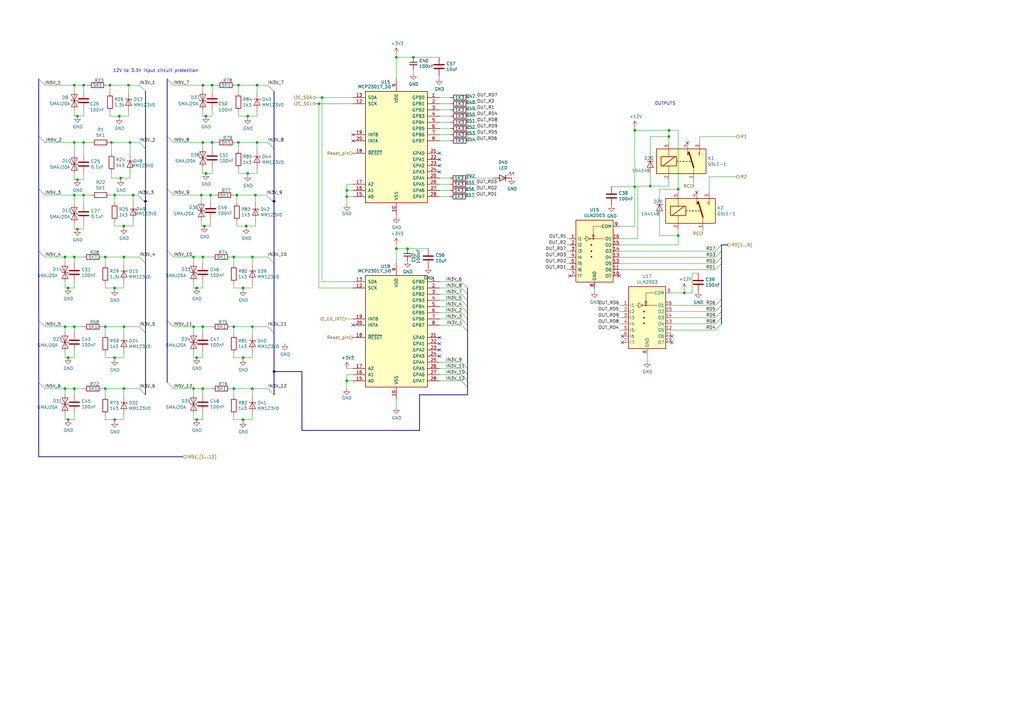
<source format=kicad_sch>
(kicad_sch (version 20231120) (generator "eeschema") (generator_version "8.0")
  (paper "A3")
  (title_block (date "2021-04-05") (rev "2.3.3.3") (company "Evoke Motorcycles"))
  (lib_symbols
    (symbol "Device:C" (pin_numbers hide) (pin_names (offset 0.254))
      (property "Reference" "C" (at 0.635 2.54 0))
      (property "Value" "C" (at 0.635 -2.54 0))
      (symbol "C_1_1"
        (pin passive line (at 0 3.81 270) (length 2.794) (name "~") (number "1"))
        (pin passive line (at 0 -3.81 90) (length 2.794) (name "~") (number "2"))
      )
    )
    (symbol "Device:LED" (pin_numbers hide) (pin_names (offset 1.016) hide)
      (property "Reference" "D" (at 0 2.54 0))
      (property "Value" "LED" (at 0 -2.54 0))
      (symbol "LED_1_1"
        (pin passive line (at -3.81 0 0) (length 2.54) (name "K") (number "1"))
        (pin passive line (at 3.81 0 180) (length 2.54) (name "A") (number "2"))
      )
    )
    (symbol "Device:R" (pin_numbers hide) (pin_names (offset 0))
      (property "Reference" "R" (at 2.032 0 90))
      (property "Value" "R" (at 0 0 90))
      (symbol "R_1_1"
        (pin passive line (at 0 3.81 270) (length 1.27) (name "~") (number "1"))
        (pin passive line (at 0 -3.81 90) (length 1.27) (name "~") (number "2"))
      )
    )
    (symbol "ESP32-CAN-rescue:+12V-power" (power) (pin_names (offset 0))
      (property "Value" "+12V-power" (at 0 3.556 0))
      (symbol "+12V-power_1_1"
        (pin power_in line (at 0 0 90) (length 0) hide (name "+12V") (number "1"))
      )
    )
    (symbol "ESP32-CAN-rescue:+3.3V-power" (power) (pin_names (offset 0))
      (property "Value" "+3.3V-power" (at 0 3.556 0))
      (symbol "+3.3V-power_1_1"
        (pin power_in line (at 0 0 90) (length 0) hide (name "+3V3") (number "1"))
      )
    )
    (symbol "ESP32-CAN-rescue:1N4148-Diode" (pin_numbers hide) (pin_names (offset 1.016) hide)
      (property "Reference" "D" (at 0 2.54 0))
      (property "Value" "1N4148-Diode" (at 0 -2.54 0))
      (symbol "1N4148-Diode_1_1"
        (pin passive line (at -3.81 0 0) (length 2.54) (name "K") (number "1"))
        (pin passive line (at 3.81 0 180) (length 2.54) (name "A") (number "2"))
      )
    )
    (symbol "ESP32-CAN-rescue:C-Device" (pin_numbers hide) (pin_names (offset 0.254))
      (property "Reference" "C" (at 0.635 2.54 0))
      (property "Value" "C-Device" (at 0.635 -2.54 0))
      (symbol "C-Device_1_1"
        (pin passive line (at 0 3.81 270) (length 2.794) (name "~") (number "1"))
        (pin passive line (at 0 -3.81 90) (length 2.794) (name "~") (number "2"))
      )
    )
    (symbol "ESP32-CAN-rescue:C_Small-Device" (pin_numbers hide) (pin_names (offset 0.254) hide)
      (property "Reference" "C" (at 0.254 1.778 0))
      (property "Value" "C_Small-Device" (at 0.254 -2.032 0))
      (symbol "C_Small-Device_1_1"
        (pin passive line (at 0 2.54 270) (length 2.032) (name "~") (number "1"))
        (pin passive line (at 0 -2.54 90) (length 2.032) (name "~") (number "2"))
      )
    )
    (symbol "ESP32-CAN-rescue:D_TVS-Device" (pin_numbers hide) (pin_names (offset 1.016) hide)
      (property "Reference" "D" (at 0 2.54 0))
      (property "Value" "D_TVS-Device" (at 0 -2.54 0))
      (symbol "D_TVS-Device_1_1"
        (pin passive line (at -3.81 0 0) (length 2.54) (name "A1") (number "1"))
        (pin passive line (at 3.81 0 180) (length 2.54) (name "A2") (number "2"))
      )
    )
    (symbol "ESP32-CAN-rescue:D_Zener-Device" (pin_numbers hide) (pin_names (offset 1.016) hide)
      (property "Reference" "D" (at 0 2.54 0))
      (property "Value" "D_Zener-Device" (at 0 -2.54 0))
      (symbol "D_Zener-Device_1_1"
        (pin passive line (at -3.81 0 0) (length 2.54) (name "K") (number "1"))
        (pin passive line (at 3.81 0 180) (length 2.54) (name "A") (number "2"))
      )
    )
    (symbol "ESP32-CAN-rescue:G5LE-1-Relay" (pin_names (offset 1.016))
      (property "Reference" "K" (at 11.43 3.81 0))
      (property "Value" "G5LE-1-Relay" (at 11.43 1.27 0))
      (symbol "G5LE-1-Relay_1_1"
        (pin passive line (at 5.08 -7.62 90) (length 2.54) (name "~") (number "1"))
        (pin passive line (at -5.08 -7.62 90) (length 2.54) (name "~") (number "2"))
        (pin passive line (at 7.62 7.62 270) (length 2.54) (name "~") (number "3"))
        (pin passive line (at 2.54 7.62 270) (length 2.54) (name "~") (number "4"))
        (pin passive line (at -5.08 7.62 270) (length 2.54) (name "~") (number "5"))
      )
    )
    (symbol "ESP32-CAN-rescue:GND-power" (power) (pin_names (offset 0))
      (property "Value" "GND-power" (at 0 -3.81 0))
      (symbol "GND-power_1_1"
        (pin power_in line (at 0 0 270) (length 0) hide (name "GND") (number "1"))
      )
    )
    (symbol "ESP32-CAN-rescue:MCP23017_SO-Interface_Expansion" (pin_names (offset 1.016))
      (property "Reference" "U" (at -11.43 24.13 0))
      (property "Value" "MCP23017_SO-Interface_Expansion" (at 0 0 0))
      (symbol "MCP23017_SO-Interface_Expansion_1_1"
        (pin bidirectional line (at 17.78 20.32 180) (length 5.08) (name "GPB0") (number "1"))
        (pin power_in line (at 0 -27.94 90) (length 5.08) (name "VSS") (number "10"))
        (pin no_connect line (at -12.7 15.24 0) (length 5.08) hide (name "NC") (number "11"))
        (pin input line (at -17.78 17.78 0) (length 5.08) (name "SCK") (number "12"))
        (pin bidirectional line (at -17.78 20.32 0) (length 5.08) (name "SDA") (number "13"))
        (pin no_connect line (at -12.7 12.7 0) (length 5.08) hide (name "NC") (number "14"))
        (pin input line (at -17.78 -20.32 0) (length 5.08) (name "A0") (number "15"))
        (pin input line (at -17.78 -17.78 0) (length 5.08) (name "A1") (number "16"))
        (pin input line (at -17.78 -15.24 0) (length 5.08) (name "A2") (number "17"))
        (pin input line (at -17.78 -2.54 0) (length 5.08) (name "~{RESET}") (number "18"))
        (pin tri_state line (at -17.78 5.08 0) (length 5.08) (name "INTB") (number "19"))
        (pin bidirectional line (at 17.78 17.78 180) (length 5.08) (name "GPB1") (number "2"))
        (pin tri_state line (at -17.78 2.54 0) (length 5.08) (name "INTA") (number "20"))
        (pin bidirectional line (at 17.78 -2.54 180) (length 5.08) (name "GPA0") (number "21"))
        (pin bidirectional line (at 17.78 -5.08 180) (length 5.08) (name "GPA1") (number "22"))
        (pin bidirectional line (at 17.78 -7.62 180) (length 5.08) (name "GPA2") (number "23"))
        (pin bidirectional line (at 17.78 -10.16 180) (length 5.08) (name "GPA3") (number "24"))
        (pin bidirectional line (at 17.78 -12.7 180) (length 5.08) (name "GPA4") (number "25"))
        (pin bidirectional line (at 17.78 -15.24 180) (length 5.08) (name "GPA5") (number "26"))
        (pin bidirectional line (at 17.78 -17.78 180) (length 5.08) (name "GPA6") (number "27"))
        (pin bidirectional line (at 17.78 -20.32 180) (length 5.08) (name "GPA7") (number "28"))
        (pin bidirectional line (at 17.78 15.24 180) (length 5.08) (name "GPB2") (number "3"))
        (pin bidirectional line (at 17.78 12.7 180) (length 5.08) (name "GPB3") (number "4"))
        (pin bidirectional line (at 17.78 10.16 180) (length 5.08) (name "GPB4") (number "5"))
        (pin bidirectional line (at 17.78 7.62 180) (length 5.08) (name "GPB5") (number "6"))
        (pin bidirectional line (at 17.78 5.08 180) (length 5.08) (name "GPB6") (number "7"))
        (pin bidirectional line (at 17.78 2.54 180) (length 5.08) (name "GPB7") (number "8"))
        (pin power_in line (at 0 27.94 270) (length 5.08) (name "VDD") (number "9"))
      )
    )
    (symbol "ESP32-CAN-rescue:R-Device" (pin_numbers hide) (pin_names (offset 0))
      (property "Reference" "R" (at 2.032 0 90))
      (property "Value" "R-Device" (at 0 0 90))
      (symbol "R-Device_1_1"
        (pin passive line (at 0 3.81 270) (length 1.27) (name "~") (number "1"))
        (pin passive line (at 0 -3.81 90) (length 1.27) (name "~") (number "2"))
      )
    )
    (symbol "ESP32-CAN-rescue:ULN2003-Transistor_Array"
      (property "Reference" "U" (at 0 15.875 0))
      (property "Value" "ULN2003-Transistor_Array" (at 0 13.97 0))
      (symbol "ULN2003-Transistor_Array_1_1"
        (pin input line (at -10.16 5.08 0) (length 2.54) (name "I1") (number "1"))
        (pin open_collector line (at 10.16 -10.16 180) (length 2.54) (name "O7") (number "10"))
        (pin open_collector line (at 10.16 -7.62 180) (length 2.54) (name "O6") (number "11"))
        (pin open_collector line (at 10.16 -5.08 180) (length 2.54) (name "O5") (number "12"))
        (pin open_collector line (at 10.16 -2.54 180) (length 2.54) (name "O4") (number "13"))
        (pin open_collector line (at 10.16 0 180) (length 2.54) (name "O3") (number "14"))
        (pin open_collector line (at 10.16 2.54 180) (length 2.54) (name "O2") (number "15"))
        (pin open_collector line (at 10.16 5.08 180) (length 2.54) (name "O1") (number "16"))
        (pin input line (at -10.16 2.54 0) (length 2.54) (name "I2") (number "2"))
        (pin input line (at -10.16 0 0) (length 2.54) (name "I3") (number "3"))
        (pin input line (at -10.16 -2.54 0) (length 2.54) (name "I4") (number "4"))
        (pin input line (at -10.16 -5.08 0) (length 2.54) (name "I5") (number "5"))
        (pin input line (at -10.16 -7.62 0) (length 2.54) (name "I6") (number "6"))
        (pin input line (at -10.16 -10.16 0) (length 2.54) (name "I7") (number "7"))
        (pin power_in line (at 0 -15.24 90) (length 2.54) (name "GND") (number "8"))
        (pin passive line (at 10.16 10.16 180) (length 2.54) (name "COM") (number "9"))
      )
    )
    (symbol "power:GND" (power) (pin_names (offset 0))
      (property "Value" "GND" (at 0 -3.81 0))
      (symbol "GND_1_1"
        (pin power_in line (at 0 0 270) (length 0) hide (name "GND") (number "1"))
      )
    )
  )
  (junction (at 30.48 133.985))
  (junction (at 162.56 101.981))
  (junction (at 167.132 101.981))
  (junction (at 46.99 118.11))
  (junction (at 79.375 159.385))
  (junction (at 80.645 146.685))
  (junction (at 34.29 80.01))
  (junction (at 97.155 80.01))
  (junction (at 31.75 73.66))
  (junction (at 26.67 133.985))
  (junction (at 162.56 23.495))
  (junction (at 280.67 120.142))
  (junction (at 48.895 47.625))
  (junction (at 50.8 92.71))
  (junction (at 79.375 133.985))
  (junction (at 97.79 58.42))
  (junction (at 27.94 146.685))
  (junction (at 101.6 71.12))
  (junction (at 278.13 77.597))
  (junction (at 50.8 159.385))
  (junction (at 31.75 93.98))
  (junction (at 43.18 159.385))
  (junction (at 30.48 34.925))
  (junction (at 46.99 80.01))
  (junction (at 46.99 146.685))
  (junction (at 278.13 96.647))
  (junction (at 86.995 58.42))
  (junction (at 112.395 152.4))
  (junction (at 274.32 53.467))
  (junction (at 34.29 58.42))
  (junction (at 104.775 80.01))
  (junction (at 59.69 82.55))
  (junction (at 50.8 133.985))
  (junction (at 31.75 47.625))
  (junction (at 30.48 159.385))
  (junction (at 30.48 105.41))
  (junction (at 83.185 105.41))
  (junction (at 130.81 42.545))
  (junction (at 79.375 105.41))
  (junction (at 112.395 82.55))
  (junction (at 142.24 78.105))
  (junction (at 50.8 105.41))
  (junction (at 83.82 92.71))
  (junction (at 97.79 34.925))
  (junction (at 132.08 40.005))
  (junction (at 84.455 47.625))
  (junction (at 34.29 34.925))
  (junction (at 83.185 34.925))
  (junction (at 26.67 105.41))
  (junction (at 260.35 76.581))
  (junction (at 105.41 34.925))
  (junction (at 86.995 34.925))
  (junction (at 80.645 172.085))
  (junction (at 103.505 105.41))
  (junction (at 142.24 156.21))
  (junction (at 99.695 172.085))
  (junction (at 95.885 159.385))
  (junction (at 169.545 23.495))
  (junction (at 43.18 105.41))
  (junction (at 49.53 73.025))
  (junction (at 84.455 71.12))
  (junction (at 83.185 58.42))
  (junction (at 45.72 58.42))
  (junction (at 82.55 80.01))
  (junction (at 100.965 92.71))
  (junction (at 99.695 146.685))
  (junction (at 52.705 34.925))
  (junction (at 105.41 58.42))
  (junction (at 83.185 159.385))
  (junction (at 95.885 105.41))
  (junction (at 274.32 56.007))
  (junction (at 266.7 76.327))
  (junction (at 46.99 172.085))
  (junction (at 80.645 118.11))
  (junction (at 27.94 118.11))
  (junction (at 103.505 159.385))
  (junction (at 101.6 47.625))
  (junction (at 99.695 118.11))
  (junction (at 260.35 53.467))
  (junction (at 142.24 80.645))
  (junction (at 83.185 133.985))
  (junction (at 45.085 34.925))
  (junction (at 26.67 159.385))
  (junction (at 30.48 58.42))
  (junction (at 86.36 80.01))
  (junction (at 103.505 133.985))
  (junction (at 95.885 133.985))
  (junction (at 54.61 80.01))
  (junction (at 27.94 172.085))
  (junction (at 43.18 133.985))
  (junction (at 53.34 58.42))
  (junction (at 30.48 80.01))
  (no_connect (at 180.34 143.51))
  (no_connect (at 180.34 65.405))
  (no_connect (at 255.27 137.922))
  (no_connect (at 180.34 146.05))
  (no_connect (at 180.34 140.97))
  (no_connect (at 180.34 138.43))
  (no_connect (at 254 113.157))
  (no_connect (at 275.59 137.922))
  (no_connect (at 180.34 67.945))
  (no_connect (at 180.34 70.485))
  (no_connect (at 281.94 58.547))
  (no_connect (at 233.68 113.157))
  (no_connect (at 255.27 140.462))
  (no_connect (at 180.34 62.865))
  (no_connect (at 144.78 133.35))
  (no_connect (at 275.59 140.462))
  (no_connect (at 285.75 78.867))
  (no_connect (at 144.78 57.785))
  (no_connect (at 144.78 55.245))
  (bus_entry (at 68.58 32.385) (size 2.54 2.54))
  (bus_entry (at 189.23 130.81) (size 2.54 2.54))
  (bus_entry (at 189.23 125.73) (size 2.54 2.54))
  (bus_entry (at 295.91 132.842) (size -2.54 2.54))
  (bus_entry (at 109.855 105.41) (size 2.54 2.54))
  (bus_entry (at 295.91 102.997) (size -2.54 2.54))
  (bus_entry (at 57.15 133.985) (size 2.54 2.54))
  (bus_entry (at 68.58 102.87) (size 2.54 2.54))
  (bus_entry (at 295.91 125.222) (size -2.54 2.54))
  (bus_entry (at 189.23 128.27) (size 2.54 2.54))
  (bus_entry (at 109.855 159.385) (size 2.54 2.54))
  (bus_entry (at 295.91 105.537) (size -2.54 2.54))
  (bus_entry (at 68.58 156.845) (size 2.54 2.54))
  (bus_entry (at 189.23 133.35) (size 2.54 2.54))
  (bus_entry (at 189.23 115.57) (size 2.54 2.54))
  (bus_entry (at 68.58 77.47) (size 2.54 2.54))
  (bus_entry (at 57.15 58.42) (size 2.54 2.54))
  (bus_entry (at 295.91 130.302) (size -2.54 2.54))
  (bus_entry (at 295.91 100.457) (size -2.54 2.54))
  (bus_entry (at 189.23 123.19) (size 2.54 2.54))
  (bus_entry (at 57.15 105.41) (size 2.54 2.54))
  (bus_entry (at 295.91 127.762) (size -2.54 2.54))
  (bus_entry (at 109.855 34.925) (size 2.54 2.54))
  (bus_entry (at 15.875 77.47) (size 2.54 2.54))
  (bus_entry (at 189.23 118.11) (size 2.54 2.54))
  (bus_entry (at 295.91 122.682) (size -2.54 2.54))
  (bus_entry (at 109.22 80.01) (size 2.54 2.54))
  (bus_entry (at 15.875 156.845) (size 2.54 2.54))
  (bus_entry (at 15.875 102.87) (size 2.54 2.54))
  (bus_entry (at 189.23 151.13) (size 2.54 2.54))
  (bus_entry (at 189.23 153.67) (size 2.54 2.54))
  (bus_entry (at 189.23 156.21) (size 2.54 2.54))
  (bus_entry (at 189.23 120.65) (size 2.54 2.54))
  (bus_entry (at 109.855 58.42) (size 2.54 2.54))
  (bus_entry (at 56.515 80.01) (size 2.54 2.54))
  (bus_entry (at 15.875 55.88) (size 2.54 2.54))
  (bus_entry (at 295.91 108.077) (size -2.54 2.54))
  (bus_entry (at 57.15 34.925) (size 2.54 2.54))
  (bus_entry (at 15.875 32.385) (size 2.54 2.54))
  (bus_entry (at 57.15 159.385) (size 2.54 2.54))
  (bus_entry (at 109.855 133.985) (size 2.54 2.54))
  (bus_entry (at 15.875 131.445) (size 2.54 2.54))
  (bus_entry (at 189.23 148.59) (size 2.54 2.54))
  (bus_entry (at 68.58 131.445) (size 2.54 2.54))
  (bus_entry (at 68.58 55.88) (size 2.54 2.54))
  (wire (pts (xy 189.23 123.19) (xy 180.34 123.19)))
  (wire (pts (xy 255.27 125.222) (xy 254 125.222)))
  (wire (pts (xy 52.705 47.625) (xy 52.705 45.72)))
  (wire (pts (xy 142.24 78.105) (xy 142.24 80.645)))
  (wire (pts (xy 79.375 172.085) (xy 80.645 172.085)))
  (wire (pts (xy 255.27 127.762) (xy 253.873 127.762)))
  (wire (pts (xy 30.48 71.12) (xy 30.48 73.66)))
  (wire (pts (xy 278.13 100.457) (xy 278.13 96.647)))
  (wire (pts (xy 79.375 146.685) (xy 80.645 146.685)))
  (wire (pts (xy 180.34 55.245) (xy 184.785 55.245)))
  (wire (pts (xy 254 110.617) (xy 293.37 110.617)))
  (wire (pts (xy 95.885 170.18) (xy 95.885 172.085)))
  (wire (pts (xy 88.9 58.42) (xy 86.995 58.42)))
  (wire (pts (xy 46.99 83.185) (xy 46.99 80.01)))
  (wire (pts (xy 79.375 159.385) (xy 71.12 159.385)))
  (wire (pts (xy 99.695 172.085) (xy 103.505 172.085)))
  (wire (pts (xy 94.615 105.41) (xy 95.885 105.41)))
  (wire (pts (xy 83.185 144.145) (xy 83.185 146.685)))
  (wire (pts (xy 270.51 77.597) (xy 278.13 77.597)))
  (wire (pts (xy 86.995 133.985) (xy 83.185 133.985)))
  (wire (pts (xy 37.465 58.42) (xy 34.29 58.42)))
  (wire (pts (xy 233.68 105.537) (xy 232.283 105.537)))
  (wire (pts (xy 83.185 118.11) (xy 80.645 118.11)))
  (bus (pts (xy 68.58 131.445) (xy 68.58 156.845)))
  (wire (pts (xy 41.91 105.41) (xy 43.18 105.41)))
  (wire (pts (xy 83.185 161.925) (xy 83.185 159.385)))
  (bus (pts (xy 191.77 161.925) (xy 172.085 161.925)))
  (wire (pts (xy 30.48 63.5) (xy 30.48 58.42)))
  (wire (pts (xy 30.48 47.625) (xy 31.75 47.625)))
  (wire (pts (xy 43.815 34.925) (xy 45.085 34.925)))
  (wire (pts (xy 45.085 38.1) (xy 45.085 34.925)))
  (bus (pts (xy 295.91 125.222) (xy 295.91 127.762)))
  (bus (pts (xy 191.77 153.67) (xy 191.77 156.21)))
  (bus (pts (xy 112.395 107.95) (xy 112.395 136.525)))
  (wire (pts (xy 275.59 132.842) (xy 293.37 132.842)))
  (wire (pts (xy 34.29 58.42) (xy 34.29 63.5)))
  (wire (pts (xy 50.8 92.71) (xy 54.61 92.71)))
  (wire (pts (xy 95.885 105.41) (xy 103.505 105.41)))
  (wire (pts (xy 142.24 78.105) (xy 144.78 78.105)))
  (wire (pts (xy 97.79 38.1) (xy 97.79 34.925)))
  (wire (pts (xy 142.24 153.67) (xy 142.24 156.21)))
  (wire (pts (xy 50.8 133.985) (xy 50.8 137.16)))
  (wire (pts (xy 105.41 71.12) (xy 105.41 69.215)))
  (wire (pts (xy 53.34 63.5) (xy 53.34 58.42)))
  (wire (pts (xy 142.24 151.13) (xy 144.78 151.13)))
  (wire (pts (xy 82.55 90.17) (xy 82.55 92.71)))
  (wire (pts (xy 162.56 88.9) (xy 162.56 88.265)))
  (wire (pts (xy 45.72 62.865) (xy 45.72 58.42)))
  (wire (pts (xy 275.59 127.762) (xy 293.37 127.762)))
  (bus (pts (xy 123.825 152.4) (xy 112.395 152.4)))
  (wire (pts (xy 283.845 120.142) (xy 280.67 120.142)))
  (wire (pts (xy 43.18 116.205) (xy 43.18 118.11)))
  (wire (pts (xy 141.859 130.81) (xy 144.78 130.81)))
  (wire (pts (xy 43.18 159.385) (xy 50.8 159.385)))
  (wire (pts (xy 94.615 133.985) (xy 95.885 133.985)))
  (wire (pts (xy 95.885 118.11) (xy 99.695 118.11)))
  (wire (pts (xy 95.885 146.685) (xy 99.695 146.685)))
  (wire (pts (xy 30.48 58.42) (xy 34.29 58.42)))
  (wire (pts (xy 45.085 47.625) (xy 48.895 47.625)))
  (wire (pts (xy 132.08 40.005) (xy 132.08 115.57)))
  (bus (pts (xy 191.77 118.11) (xy 191.77 120.65)))
  (wire (pts (xy 43.18 144.78) (xy 43.18 146.685)))
  (wire (pts (xy 45.72 58.42) (xy 53.34 58.42)))
  (bus (pts (xy 112.395 82.55) (xy 112.395 107.95)))
  (wire (pts (xy 83.185 146.685) (xy 80.645 146.685)))
  (wire (pts (xy 79.375 133.985) (xy 83.185 133.985)))
  (wire (pts (xy 26.67 159.385) (xy 18.415 159.385)))
  (wire (pts (xy 192.405 55.245) (xy 195.58 55.245)))
  (wire (pts (xy 46.99 118.745) (xy 46.99 118.11)))
  (bus (pts (xy 295.91 122.682) (xy 295.91 125.222)))
  (wire (pts (xy 103.505 172.085) (xy 103.505 170.18)))
  (wire (pts (xy 169.545 23.495) (xy 180.086 23.495)))
  (bus (pts (xy 59.69 107.95) (xy 59.69 136.525)))
  (wire (pts (xy 30.48 107.95) (xy 30.48 105.41)))
  (wire (pts (xy 86.995 105.41) (xy 83.185 105.41)))
  (wire (pts (xy 30.48 93.98) (xy 31.75 93.98)))
  (wire (pts (xy 53.34 58.42) (xy 57.15 58.42)))
  (wire (pts (xy 88.9 34.925) (xy 86.995 34.925)))
  (wire (pts (xy 95.885 159.385) (xy 103.505 159.385)))
  (wire (pts (xy 30.48 118.11) (xy 27.94 118.11)))
  (wire (pts (xy 49.53 73.025) (xy 53.34 73.025)))
  (wire (pts (xy 142.24 153.67) (xy 144.78 153.67)))
  (wire (pts (xy 275.59 120.142) (xy 280.67 120.142)))
  (wire (pts (xy 48.895 48.26) (xy 48.895 47.625)))
  (wire (pts (xy 83.185 172.085) (xy 80.645 172.085)))
  (wire (pts (xy 79.375 136.525) (xy 79.375 133.985)))
  (wire (pts (xy 278.13 100.457) (xy 254 100.457)))
  (wire (pts (xy 82.55 80.01) (xy 71.12 80.01)))
  (wire (pts (xy 88.265 80.01) (xy 86.36 80.01)))
  (wire (pts (xy 192.405 52.705) (xy 195.58 52.705)))
  (wire (pts (xy 79.375 144.145) (xy 79.375 146.685)))
  (wire (pts (xy 30.48 37.465) (xy 30.48 34.925)))
  (wire (pts (xy 45.085 45.72) (xy 45.085 47.625)))
  (bus (pts (xy 15.875 131.445) (xy 15.875 156.845)))
  (wire (pts (xy 105.41 47.625) (xy 105.41 45.72)))
  (wire (pts (xy 30.48 45.085) (xy 30.48 47.625)))
  (wire (pts (xy 261.62 76.327) (xy 266.7 76.327)))
  (bus (pts (xy 295.91 100.457) (xy 298.45 100.457)))
  (wire (pts (xy 43.18 105.41) (xy 50.8 105.41)))
  (wire (pts (xy 180.34 80.645) (xy 184.531 80.645)))
  (wire (pts (xy 97.155 83.185) (xy 97.155 80.01)))
  (wire (pts (xy 254 108.077) (xy 293.37 108.077)))
  (wire (pts (xy 266.7 71.247) (xy 266.7 76.327)))
  (wire (pts (xy 189.23 120.65) (xy 180.34 120.65)))
  (wire (pts (xy 192.405 42.545) (xy 195.58 42.545)))
  (wire (pts (xy 34.29 105.41) (xy 30.48 105.41)))
  (wire (pts (xy 101.6 71.755) (xy 101.6 71.12)))
  (wire (pts (xy 180.34 47.625) (xy 184.785 47.625)))
  (bus (pts (xy 191.77 156.21) (xy 191.77 158.75)))
  (wire (pts (xy 192.405 47.625) (xy 195.58 47.625)))
  (wire (pts (xy 162.56 101.981) (xy 162.56 107.95)))
  (wire (pts (xy 233.68 110.617) (xy 232.283 110.617)))
  (wire (pts (xy 86.36 82.55) (xy 86.36 80.01)))
  (wire (pts (xy 71.12 34.925) (xy 83.185 34.925)))
  (wire (pts (xy 180.34 73.025) (xy 184.531 73.025)))
  (wire (pts (xy 95.885 162.56) (xy 95.885 159.385)))
  (wire (pts (xy 43.18 137.16) (xy 43.18 133.985)))
  (wire (pts (xy 50.8 172.085) (xy 50.8 170.18)))
  (wire (pts (xy 43.18 162.56) (xy 43.18 159.385)))
  (wire (pts (xy 26.67 159.385) (xy 30.48 159.385)))
  (wire (pts (xy 86.995 45.085) (xy 86.995 47.625)))
  (wire (pts (xy 95.885 144.78) (xy 95.885 146.685)))
  (wire (pts (xy 180.34 57.785) (xy 184.785 57.785)))
  (wire (pts (xy 104.775 92.71) (xy 104.775 90.805)))
  (wire (pts (xy 274.32 53.467) (xy 260.35 53.467)))
  (wire (pts (xy 275.59 125.222) (xy 293.37 125.222)))
  (wire (pts (xy 79.375 105.41) (xy 71.12 105.41)))
  (wire (pts (xy 45.72 70.485) (xy 45.72 73.025)))
  (wire (pts (xy 233.68 100.457) (xy 232.283 100.457)))
  (wire (pts (xy 109.855 58.42) (xy 105.41 58.42)))
  (wire (pts (xy 260.35 52.197) (xy 260.35 53.467)))
  (bus (pts (xy 191.77 120.65) (xy 191.77 123.19)))
  (wire (pts (xy 142.24 156.21) (xy 142.24 159.385)))
  (wire (pts (xy 192.405 50.165) (xy 195.58 50.165)))
  (wire (pts (xy 26.67 133.985) (xy 30.48 133.985)))
  (wire (pts (xy 254 105.537) (xy 293.37 105.537)))
  (wire (pts (xy 95.885 108.585) (xy 95.885 105.41)))
  (wire (pts (xy 53.34 73.025) (xy 53.34 71.12)))
  (wire (pts (xy 97.155 92.71) (xy 100.965 92.71)))
  (wire (pts (xy 180.34 128.27) (xy 189.23 128.27)))
  (wire (pts (xy 26.67 105.41) (xy 18.415 105.41)))
  (wire (pts (xy 83.185 58.42) (xy 71.12 58.42)))
  (bus (pts (xy 112.395 152.4) (xy 112.395 161.925)))
  (wire (pts (xy 97.79 47.625) (xy 101.6 47.625)))
  (wire (pts (xy 130.81 42.545) (xy 144.78 42.545)))
  (bus (pts (xy 59.69 37.465) (xy 59.69 60.96)))
  (wire (pts (xy 265.43 145.542) (xy 265.43 148.082)))
  (wire (pts (xy 254 102.997) (xy 293.37 102.997)))
  (wire (pts (xy 103.505 118.11) (xy 103.505 116.205)))
  (bus (pts (xy 68.58 55.88) (xy 68.58 77.47)))
  (wire (pts (xy 180.34 40.005) (xy 184.785 40.005)))
  (wire (pts (xy 287.02 56.007) (xy 287.02 58.547)))
  (wire (pts (xy 46.99 80.01) (xy 45.085 80.01)))
  (wire (pts (xy 233.68 108.077) (xy 232.283 108.077)))
  (bus (pts (xy 191.77 123.19) (xy 191.77 125.73)))
  (wire (pts (xy 50.8 146.685) (xy 50.8 144.78)))
  (wire (pts (xy 30.48 91.44) (xy 30.48 93.98)))
  (bus (pts (xy 112.395 37.465) (xy 112.395 60.96)))
  (wire (pts (xy 43.18 172.085) (xy 46.99 172.085)))
  (wire (pts (xy 34.29 159.385) (xy 30.48 159.385)))
  (wire (pts (xy 254 97.917) (xy 261.62 97.917)))
  (bus (pts (xy 295.91 100.457) (xy 295.91 102.997)))
  (wire (pts (xy 280.67 120.142) (xy 280.67 118.872)))
  (bus (pts (xy 59.69 136.525) (xy 59.69 161.925)))
  (wire (pts (xy 45.72 73.025) (xy 49.53 73.025)))
  (wire (pts (xy 192.405 57.785) (xy 195.453 57.785)))
  (wire (pts (xy 50.8 93.345) (xy 50.8 92.71)))
  (wire (pts (xy 192.151 73.025) (xy 202.311 73.025)))
  (wire (pts (xy 97.79 45.72) (xy 97.79 47.625)))
  (bus (pts (xy 191.77 128.27) (xy 191.77 130.81)))
  (bus (pts (xy 191.77 133.35) (xy 191.77 135.89)))
  (wire (pts (xy 30.48 80.01) (xy 30.48 83.82)))
  (wire (pts (xy 169.545 23.495) (xy 162.56 23.495)))
  (wire (pts (xy 99.695 172.72) (xy 99.695 172.085)))
  (wire (pts (xy 142.24 80.645) (xy 142.24 83.82)))
  (wire (pts (xy 30.48 161.925) (xy 30.48 159.385)))
  (wire (pts (xy 302.26 72.517) (xy 290.83 72.517)))
  (wire (pts (xy 97.79 58.42) (xy 105.41 58.42)))
  (wire (pts (xy 142.24 75.565) (xy 144.78 75.565)))
  (wire (pts (xy 94.615 159.385) (xy 95.885 159.385)))
  (wire (pts (xy 26.67 144.145) (xy 26.67 146.685)))
  (wire (pts (xy 54.61 80.01) (xy 56.515 80.01)))
  (wire (pts (xy 26.67 118.11) (xy 27.94 118.11)))
  (wire (pts (xy 43.18 170.18) (xy 43.18 172.085)))
  (wire (pts (xy 103.505 133.985) (xy 103.505 137.16)))
  (wire (pts (xy 95.885 133.985) (xy 103.505 133.985)))
  (wire (pts (xy 83.185 37.465) (xy 83.185 34.925)))
  (wire (pts (xy 192.151 78.105) (xy 195.326 78.105)))
  (wire (pts (xy 26.67 133.985) (xy 18.415 133.985)))
  (wire (pts (xy 278.13 53.467) (xy 274.32 53.467)))
  (wire (pts (xy 34.29 47.625) (xy 31.75 47.625)))
  (bus (pts (xy 68.58 102.87) (xy 68.58 131.445)))
  (wire (pts (xy 129.54 40.005) (xy 132.08 40.005)))
  (wire (pts (xy 105.41 34.925) (xy 105.41 38.1)))
  (wire (pts (xy 96.52 34.925) (xy 97.79 34.925)))
  (wire (pts (xy 30.48 115.57) (xy 30.48 118.11)))
  (bus (pts (xy 191.77 151.13) (xy 191.77 153.67)))
  (wire (pts (xy 243.84 119.507) (xy 243.84 118.237)))
  (bus (pts (xy 172.085 161.925) (xy 172.085 176.53)))
  (wire (pts (xy 132.08 115.57) (xy 144.78 115.57)))
  (bus (pts (xy 59.055 82.55) (xy 59.69 82.55)))
  (wire (pts (xy 79.375 133.985) (xy 71.12 133.985)))
  (wire (pts (xy 260.35 53.467) (xy 260.35 76.581)))
  (wire (pts (xy 83.185 136.525) (xy 83.185 133.985)))
  (wire (pts (xy 79.375 161.925) (xy 79.375 159.385)))
  (wire (pts (xy 30.48 169.545) (xy 30.48 172.085)))
  (wire (pts (xy 104.775 80.01) (xy 104.775 83.185)))
  (wire (pts (xy 34.29 80.01) (xy 34.29 83.82)))
  (wire (pts (xy 270.51 89.027) (xy 270.51 96.647)))
  (wire (pts (xy 260.35 76.581) (xy 260.35 92.837)))
  (wire (pts (xy 180.34 45.085) (xy 184.785 45.085)))
  (wire (pts (xy 18.415 34.925) (xy 30.48 34.925)))
  (wire (pts (xy 266.7 76.327) (xy 274.32 76.327)))
  (wire (pts (xy 103.505 159.385) (xy 103.505 162.56)))
  (wire (pts (xy 82.55 80.01) (xy 86.36 80.01)))
  (wire (pts (xy 180.34 42.545) (xy 184.785 42.545)))
  (wire (pts (xy 142.24 156.21) (xy 144.78 156.21)))
  (wire (pts (xy 175.641 101.981) (xy 167.132 101.981)))
  (wire (pts (xy 86.995 37.465) (xy 86.995 34.925)))
  (wire (pts (xy 97.155 90.805) (xy 97.155 92.71)))
  (wire (pts (xy 283.845 112.014) (xy 283.845 120.142)))
  (wire (pts (xy 46.99 172.085) (xy 50.8 172.085)))
  (wire (pts (xy 83.185 169.545) (xy 83.185 172.085)))
  (bus (pts (xy 123.825 176.53) (xy 123.825 152.4)))
  (wire (pts (xy 96.52 58.42) (xy 97.79 58.42)))
  (bus (pts (xy 59.69 60.96) (xy 59.69 82.55)))
  (wire (pts (xy 26.67 136.525) (xy 26.67 133.985)))
  (wire (pts (xy 101.6 48.26) (xy 101.6 47.625)))
  (wire (pts (xy 86.36 90.17) (xy 86.36 92.71)))
  (bus (pts (xy 295.91 105.537) (xy 295.91 108.077)))
  (wire (pts (xy 233.68 97.917) (xy 232.41 97.917)))
  (wire (pts (xy 192.405 40.005) (xy 195.58 40.005)))
  (wire (pts (xy 86.995 159.385) (xy 83.185 159.385)))
  (bus (pts (xy 191.77 130.81) (xy 191.77 133.35)))
  (bus (pts (xy 191.77 125.73) (xy 191.77 128.27)))
  (wire (pts (xy 79.375 115.57) (xy 79.375 118.11)))
  (wire (pts (xy 261.62 97.917) (xy 261.62 76.327)))
  (wire (pts (xy 180.34 133.35) (xy 189.23 133.35)))
  (wire (pts (xy 189.23 148.59) (xy 180.34 148.59)))
  (wire (pts (xy 46.99 92.71) (xy 50.8 92.71)))
  (wire (pts (xy 180.34 125.73) (xy 189.23 125.73)))
  (wire (pts (xy 86.36 92.71) (xy 83.82 92.71)))
  (wire (pts (xy 34.29 91.44) (xy 34.29 93.98)))
  (wire (pts (xy 83.185 68.58) (xy 83.185 71.12)))
  (wire (pts (xy 83.185 58.42) (xy 86.995 58.42)))
  (bus (pts (xy 111.76 82.55) (xy 112.395 82.55)))
  (wire (pts (xy 30.48 73.66) (xy 31.75 73.66)))
  (wire (pts (xy 288.29 95.758) (xy 288.29 94.107)))
  (wire (pts (xy 109.855 105.41) (xy 103.505 105.41)))
  (wire (pts (xy 95.885 172.085) (xy 99.695 172.085)))
  (wire (pts (xy 26.67 146.685) (xy 27.94 146.685)))
  (wire (pts (xy 97.79 71.12) (xy 101.6 71.12)))
  (wire (pts (xy 46.99 147.32) (xy 46.99 146.685)))
  (wire (pts (xy 26.67 105.41) (xy 30.48 105.41)))
  (bus (pts (xy 15.875 32.385) (xy 15.875 55.88)))
  (wire (pts (xy 144.78 118.11) (xy 130.81 118.11)))
  (wire (pts (xy 290.83 72.517) (xy 290.83 78.867)))
  (wire (pts (xy 41.91 133.985) (xy 43.18 133.985)))
  (bus (pts (xy 15.875 102.87) (xy 15.875 131.445)))
  (wire (pts (xy 26.67 161.925) (xy 26.67 159.385)))
  (wire (pts (xy 52.705 34.925) (xy 52.705 38.1)))
  (wire (pts (xy 97.79 69.215) (xy 97.79 71.12)))
  (wire (pts (xy 255.27 130.302) (xy 253.873 130.302)))
  (wire (pts (xy 34.29 37.465) (xy 34.29 34.925)))
  (wire (pts (xy 274.32 58.547) (xy 274.32 56.007)))
  (wire (pts (xy 41.91 159.385) (xy 43.18 159.385)))
  (wire (pts (xy 103.505 105.41) (xy 103.505 108.585)))
  (wire (pts (xy 192.151 80.645) (xy 195.326 80.645)))
  (wire (pts (xy 95.885 80.01) (xy 97.155 80.01)))
  (wire (pts (xy 101.6 47.625) (xy 105.41 47.625)))
  (wire (pts (xy 54.61 92.71) (xy 54.61 90.805)))
  (bus (pts (xy 68.58 77.47) (xy 68.58 102.87)))
  (wire (pts (xy 286.385 112.014) (xy 283.845 112.014)))
  (wire (pts (xy 48.895 47.625) (xy 52.705 47.625)))
  (bus (pts (xy 295.91 102.997) (xy 295.91 105.537)))
  (bus (pts (xy 295.91 108.077) (xy 295.91 122.682)))
  (wire (pts (xy 233.68 102.997) (xy 232.283 102.997)))
  (wire (pts (xy 57.15 133.985) (xy 50.8 133.985)))
  (wire (pts (xy 30.48 34.925) (xy 34.29 34.925)))
  (wire (pts (xy 278.13 96.647) (xy 278.13 94.107)))
  (wire (pts (xy 83.185 107.95) (xy 83.185 105.41)))
  (wire (pts (xy 83.185 34.925) (xy 86.995 34.925)))
  (wire (pts (xy 180.34 78.105) (xy 184.531 78.105)))
  (wire (pts (xy 250.825 76.581) (xy 260.35 76.581)))
  (bus (pts (xy 15.875 187.325) (xy 74.93 187.325)))
  (wire (pts (xy 109.855 159.385) (xy 103.505 159.385)))
  (wire (pts (xy 30.48 144.145) (xy 30.48 146.685)))
  (wire (pts (xy 278.13 77.597) (xy 278.13 78.867)))
  (wire (pts (xy 97.79 61.595) (xy 97.79 58.42)))
  (wire (pts (xy 26.67 107.95) (xy 26.67 105.41)))
  (bus (pts (xy 295.91 127.762) (xy 295.91 130.302)))
  (wire (pts (xy 83.185 60.96) (xy 83.185 58.42)))
  (wire (pts (xy 109.855 133.985) (xy 103.505 133.985)))
  (bus (pts (xy 15.875 55.88) (xy 15.875 77.47)))
  (wire (pts (xy 34.29 73.66) (xy 31.75 73.66)))
  (wire (pts (xy 45.085 34.925) (xy 52.705 34.925)))
  (bus (pts (xy 112.395 136.525) (xy 112.395 152.4)))
  (wire (pts (xy 189.23 115.57) (xy 180.34 115.57)))
  (wire (pts (xy 95.885 116.205) (xy 95.885 118.11)))
  (wire (pts (xy 79.375 105.41) (xy 83.185 105.41)))
  (wire (pts (xy 46.99 90.805) (xy 46.99 92.71)))
  (wire (pts (xy 130.81 118.11) (xy 130.81 42.545)))
  (wire (pts (xy 86.995 68.58) (xy 86.995 71.12)))
  (wire (pts (xy 83.185 71.12) (xy 84.455 71.12)))
  (wire (pts (xy 192.151 75.565) (xy 195.326 75.565)))
  (wire (pts (xy 26.67 172.085) (xy 27.94 172.085)))
  (wire (pts (xy 129.54 42.545) (xy 130.81 42.545)))
  (wire (pts (xy 43.18 133.985) (xy 50.8 133.985)))
  (wire (pts (xy 270.51 96.647) (xy 278.13 96.647)))
  (wire (pts (xy 192.405 45.085) (xy 195.58 45.085)))
  (wire (pts (xy 162.56 100.203) (xy 162.56 101.981)))
  (wire (pts (xy 100.965 93.345) (xy 100.965 92.71)))
  (wire (pts (xy 274.32 56.007) (xy 274.32 53.467)))
  (bus (pts (xy 112.395 60.96) (xy 112.395 82.55)))
  (wire (pts (xy 34.29 45.085) (xy 34.29 47.625)))
  (wire (pts (xy 180.34 50.165) (xy 184.785 50.165)))
  (wire (pts (xy 30.48 136.525) (xy 30.48 133.985)))
  (wire (pts (xy 45.085 58.42) (xy 45.72 58.42)))
  (wire (pts (xy 99.695 118.11) (xy 103.505 118.11)))
  (wire (pts (xy 18.415 80.01) (xy 30.48 80.01)))
  (wire (pts (xy 49.53 73.66) (xy 49.53 73.025)))
  (wire (pts (xy 97.79 34.925) (xy 105.41 34.925)))
  (bus (pts (xy 295.91 130.302) (xy 295.91 132.842)))
  (wire (pts (xy 30.48 146.685) (xy 27.94 146.685)))
  (wire (pts (xy 180.34 75.565) (xy 184.531 75.565)))
  (wire (pts (xy 79.375 118.11) (xy 80.645 118.11)))
  (wire (pts (xy 34.29 133.985) (xy 30.48 133.985)))
  (wire (pts (xy 260.35 92.837) (xy 254 92.837)))
  (wire (pts (xy 275.59 135.382) (xy 293.37 135.382)))
  (wire (pts (xy 86.995 71.12) (xy 84.455 71.12)))
  (wire (pts (xy 95.885 137.16) (xy 95.885 133.985)))
  (wire (pts (xy 82.55 82.55) (xy 82.55 80.01)))
  (wire (pts (xy 97.155 80.01) (xy 104.775 80.01)))
  (wire (pts (xy 99.695 118.745) (xy 99.695 118.11)))
  (wire (pts (xy 270.51 81.407) (xy 270.51 77.597)))
  (wire (pts (xy 189.23 151.13) (xy 180.34 151.13)))
  (bus (pts (xy 15.875 77.47) (xy 15.875 102.87)))
  (wire (pts (xy 46.99 80.01) (xy 54.61 80.01)))
  (wire (pts (xy 142.24 80.645) (xy 144.78 80.645)))
  (wire (pts (xy 100.965 92.71) (xy 104.775 92.71)))
  (wire (pts (xy 169.545 28.575) (xy 169.545 30.099)))
  (wire (pts (xy 167.132 101.981) (xy 162.56 101.981)))
  (wire (pts (xy 83.185 115.57) (xy 83.185 118.11)))
  (wire (pts (xy 105.41 58.42) (xy 105.41 61.595)))
  (wire (pts (xy 36.195 34.925) (xy 34.29 34.925)))
  (wire (pts (xy 180.34 156.21) (xy 189.23 156.21)))
  (wire (pts (xy 46.99 146.685) (xy 50.8 146.685)))
  (wire (pts (xy 162.56 167.005) (xy 162.56 163.83)))
  (wire (pts (xy 30.48 80.01) (xy 34.29 80.01)))
  (bus (pts (xy 68.58 32.385) (xy 68.58 55.88)))
  (wire (pts (xy 57.15 34.925) (xy 52.705 34.925)))
  (wire (pts (xy 86.995 60.96) (xy 86.995 58.42)))
  (wire (pts (xy 101.6 71.12) (xy 105.41 71.12)))
  (wire (pts (xy 34.29 71.12) (xy 34.29 73.66)))
  (wire (pts (xy 43.18 108.585) (xy 43.18 105.41)))
  (wire (pts (xy 255.27 135.382) (xy 253.873 135.382)))
  (wire (pts (xy 34.29 93.98) (xy 31.75 93.98)))
  (wire (pts (xy 57.15 105.41) (xy 50.8 105.41)))
  (wire (pts (xy 50.8 118.11) (xy 50.8 116.205)))
  (bus (pts (xy 191.77 135.89) (xy 191.77 151.13)))
  (wire (pts (xy 109.855 34.925) (xy 105.41 34.925)))
  (wire (pts (xy 57.15 159.385) (xy 50.8 159.385)))
  (wire (pts (xy 18.415 58.42) (xy 30.48 58.42)))
  (wire (pts (xy 37.465 80.01) (xy 34.29 80.01)))
  (bus (pts (xy 15.875 156.845) (xy 15.875 187.325)))
  (wire (pts (xy 302.26 56.007) (xy 287.02 56.007)))
  (wire (pts (xy 99.695 146.685) (xy 103.505 146.685)))
  (wire (pts (xy 79.375 107.95) (xy 79.375 105.41)))
  (wire (pts (xy 266.7 56.007) (xy 274.32 56.007)))
  (wire (pts (xy 99.695 147.32) (xy 99.695 146.685)))
  (wire (pts (xy 255.27 132.842) (xy 253.873 132.842)))
  (wire (pts (xy 43.18 118.11) (xy 46.99 118.11)))
  (wire (pts (xy 46.99 118.11) (xy 50.8 118.11)))
  (wire (pts (xy 180.34 153.67) (xy 189.23 153.67)))
  (wire (pts (xy 83.185 45.085) (xy 83.185 47.625)))
  (wire (pts (xy 26.67 169.545) (xy 26.67 172.085)))
  (wire (pts (xy 162.56 22.225) (xy 162.56 23.495)))
  (wire (pts (xy 103.505 146.685) (xy 103.505 144.78)))
  (wire (pts (xy 83.185 47.625) (xy 84.455 47.625)))
  (wire (pts (xy 43.18 146.685) (xy 46.99 146.685)))
  (wire (pts (xy 79.375 169.545) (xy 79.375 172.085)))
  (wire (pts (xy 86.995 47.625) (xy 84.455 47.625)))
  (bus (pts (xy 59.69 82.55) (xy 59.69 107.95)))
  (wire (pts (xy 189.23 130.81) (xy 180.34 130.81)))
  (wire (pts (xy 54.61 83.185) (xy 54.61 80.01)))
  (wire (pts (xy 132.08 40.005) (xy 144.78 40.005)))
  (wire (pts (xy 266.7 63.627) (xy 266.7 56.007)))
  (wire (pts (xy 46.99 172.72) (xy 46.99 172.085)))
  (wire (pts (xy 82.55 92.71) (xy 83.82 92.71)))
  (wire (pts (xy 26.67 115.57) (xy 26.67 118.11)))
  (wire (pts (xy 79.375 159.385) (xy 83.185 159.385)))
  (wire (pts (xy 284.48 73.787) (xy 284.48 76.327)))
  (wire (pts (xy 109.22 80.01) (xy 104.775 80.01)))
  (wire (pts (xy 180.086 31.115) (xy 180.086 32.131)))
  (wire (pts (xy 274.32 73.787) (xy 274.32 76.327)))
  (wire (pts (xy 180.34 52.705) (xy 184.785 52.705)))
  (wire (pts (xy 278.13 53.467) (xy 278.13 77.597)))
  (wire (pts (xy 189.23 118.11) (xy 180.34 118.11)))
  (bus (pts (xy 191.77 158.75) (xy 191.77 161.925)))
  (wire (pts (xy 162.56 23.495) (xy 162.56 32.385)))
  (wire (pts (xy 142.24 75.565) (xy 142.24 78.105)))
  (bus (pts (xy 172.085 176.53) (xy 123.825 176.53)))
  (wire (pts (xy 50.8 159.385) (xy 50.8 162.56)))
  (wire (pts (xy 275.59 130.302) (xy 293.37 130.302)))
  (wire (pts (xy 50.8 105.41) (xy 50.8 108.585)))
  (wire (pts (xy 30.48 172.085) (xy 27.94 172.085)))
  (text "OUTPUTS" (at 268.478 43.307 0) (effects (font (size 1.27 1.27)) (justify left bottom)))
  (text "12V to 3.3V input circuit protection" (at 46.355 29.845 0) (effects (font (size 1.27 1.27)) (justify left bottom)))
  (label "OUT_RD3" (at 195.326 75.565 0))
  (label "IN5V_7" (at 71.12 34.925 0))
  (label "IN5V_1" (at 18.415 34.925 0))
  (label "OUT_RD4" (at 195.58 47.625 0))
  (label "RD2" (at 289.56 108.077 0))
  (label "OUT_R2" (at 232.283 100.457 180))
  (label "IN5V_4" (at 18.415 105.41 0))
  (label "IN3V_9" (at 109.22 80.01 0))
  (label "IN5V_5" (at 18.415 133.985 0))
  (label "IN3V_11" (at 182.88 151.13 0))
  (label "OUT_RD3" (at 232.283 105.537 180))
  (label "IN3V_10" (at 182.88 153.67 0))
  (label "OUT_RD6" (at 254 125.222 180))
  (label "IN3V_6" (at 182.88 115.57 0))
  (label "IN5V_12" (at 71.12 159.385 0))
  (label "OUT_RD1" (at 232.283 110.617 180))
  (label "IN3V_8" (at 182.88 118.11 0))
  (label "OUT_RD7" (at 195.58 40.005 0))
  (label "OUT_RD2" (at 195.326 78.105 0))
  (label "IN3V_7" (at 182.88 120.65 0))
  (label "IN3V_3" (at 182.88 130.81 0))
  (label "OUT_R2" (at 195.58 42.545 0))
  (label "IN5V_9" (at 71.12 80.01 0))
  (label "IN3V_1" (at 57.15 34.925 0))
  (label "OUT_RD9" (at 253.873 130.302 180))
  (label "IN3V_2" (at 182.88 128.27 0))
  (label "OUT_RD7" (at 232.283 102.997 180))
  (label "IN5V_10" (at 71.12 105.41 0))
  (label "OUT_RD2" (at 232.283 108.077 180))
  (label "IN3V_4" (at 57.15 105.41 0))
  (label "IN3V_12" (at 109.855 159.385 0))
  (label "RD6" (at 289.56 125.222 0))
  (label "IN3V_2" (at 57.15 58.42 0))
  (label "RD4" (at 289.56 135.382 0))
  (label "IN5V_6" (at 18.415 159.385 0))
  (label "RD1" (at 289.56 110.617 0))
  (label "RD8" (at 289.56 132.842 0))
  (label "OUT_RD6" (at 195.453 57.785 0))
  (label "RD3" (at 289.56 105.537 0))
  (label "IN3V_9" (at 182.88 148.59 0))
  (label "IN3V_6" (at 57.15 159.385 0))
  (label "IN3V_12" (at 182.88 156.21 0))
  (label "IN3V_7" (at 109.855 34.925 0))
  (label "OUT_RD8" (at 253.873 132.842 180))
  (label "OUT_R1" (at 232.41 97.917 180))
  (label "IN3V_1" (at 183.134 133.35 0))
  (label "OUT_RD5" (at 253.873 127.762 180))
  (label "OUT_RD9" (at 195.58 52.705 0))
  (label "IN5V_8" (at 71.12 58.42 0))
  (label "IN5V_11" (at 71.12 133.985 0))
  (label "IN3V_11" (at 109.855 133.985 0))
  (label "OUT_RD8" (at 195.58 50.165 0))
  (label "RD7" (at 289.56 102.997 0))
  (label "RD5" (at 289.56 127.762 0))
  (label "IN3V_10" (at 109.855 105.41 0))
  (label "IN3V_4" (at 182.88 125.73 0))
  (label "IN3V_5" (at 182.88 123.19 0))
  (label "OUT_RD4" (at 253.873 135.382 180))
  (label "IN5V_2" (at 25.4 58.42 180))
  (label "IN3V_5" (at 57.15 133.985 0))
  (label "OUT_RD5" (at 195.58 55.245 0))
  (label "OUT_R1" (at 195.58 45.085 0))
  (label "OUT_RD1" (at 195.326 80.645 0))
  (label "IN5V_3" (at 18.415 80.01 0))
  (label "RD9" (at 289.56 130.302 0))
  (label "IN3V_8" (at 109.855 58.42 0))
  (label "IN3V_3" (at 56.515 80.01 0))
  (hierarchical_label "RC" (shape input) (at 288.29 95.758 180))
  (hierarchical_label "R2" (shape output) (at 302.26 72.517 0))
  (hierarchical_label "RD[1...9]" (shape output) (at 298.45 100.457 0))
  (hierarchical_label "Reset_pin" (shape input) (at 144.78 138.43 180))
  (hierarchical_label "I2C_SDA" (shape bidirectional) (at 129.54 40.005 180))
  (hierarchical_label "I2C_SCL" (shape bidirectional) (at 129.54 42.545 180))
  (hierarchical_label "IN5V_[1...12]" (shape input) (at 74.93 187.325 0))
  (hierarchical_label "Reset_pin" (shape input) (at 144.78 62.865 180))
  (hierarchical_label "IO_EX_INT" (shape input) (at 141.859 130.81 180))
  (hierarchical_label "R1" (shape output) (at 302.26 56.007 0))
  (hierarchical_label "RC" (shape input) (at 284.48 76.327 180))
  (symbol (lib_id "ESP32-CAN-rescue:ULN2003-Transistor_Array") (at 265.43 130.302 0) (unit 1)
    (property "Reference" "U17" (at 265.43 113.3602 0))
    (property "Value" "ULN2003" (at 265.43 115.6716 0))
    (property "Footprint" "Package_SO:SOIC-16_3.9x9.9mm_P1.27mm" (effects (hide yes)))
    (property "Datasheet" "http://www.ti.com/lit/ds/symlink/uln2003a.pdf" (effects (hide yes)))
  )
  (symbol (lib_id "ESP32-CAN-rescue:MCP23017_SO-Interface_Expansion") (at 162.56 60.325 0) (unit 1)
    (property "Reference" "U15" (at 158.115 33.655 0))
    (property "Value" "MCP23017_SO" (at 153.67 35.56 0))
    (property "Footprint" "Package_SO:SOIC-28W_7.5x17.9mm_P1.27mm" (effects (hide yes)))
    (property "Datasheet" "http://ww1.microchip.com/downloads/en/DeviceDoc/20001952C.pdf" (effects (hide yes)))
  )
  (symbol (lib_id "ESP32-CAN-rescue:GND-power") (at 162.56 88.9 0) (unit 1)
    (property "Reference" "#PWR0104" (effects (hide yes)))
    (property "Value" "GND" (at 162.687 93.2942 0))
  )
  (symbol (lib_id "ESP32-CAN-rescue:ULN2003-Transistor_Array") (at 243.84 102.997 0) (unit 1)
    (property "Reference" "U16" (at 243.84 86.0552 0))
    (property "Value" "ULN2003" (at 243.84 88.3666 0))
    (property "Footprint" "Package_SO:SOIC-16_3.9x9.9mm_P1.27mm" (effects (hide yes)))
    (property "Datasheet" "http://www.ti.com/lit/ds/symlink/uln2003a.pdf" (effects (hide yes)))
  )
  (symbol (lib_id "ESP32-CAN-rescue:+12V-power") (at 280.67 118.872 0) (unit 1)
    (property "Reference" "#PWR0109" (effects (hide yes)))
    (property "Value" "+12V" (at 281.051 114.4778 0))
  )
  (symbol (lib_id "ESP32-CAN-rescue:+12V-power") (at 260.35 52.197 0) (unit 1)
    (property "Reference" "#PWR0107" (effects (hide yes)))
    (property "Value" "+12V" (at 260.731 47.8028 0))
  )
  (symbol (lib_id "ESP32-CAN-rescue:GND-power") (at 243.84 119.507 0) (unit 1)
    (property "Reference" "#PWR0106" (effects (hide yes)))
    (property "Value" "GND" (at 243.967 123.9012 0))
  )
  (symbol (lib_id "ESP32-CAN-rescue:GND-power") (at 265.43 148.082 0) (unit 1)
    (property "Reference" "#PWR0108" (effects (hide yes)))
    (property "Value" "GND" (at 265.557 152.4762 0))
  )
  (symbol (lib_id "ESP32-CAN-rescue:C_Small-Device") (at 169.545 26.035 0) (unit 1)
    (property "Reference" "C40" (at 171.8818 24.8666 0) (effects (justify left)))
    (property "Value" "100nF" (at 171.8818 27.178 0) (effects (justify left)))
    (property "Footprint" "Capacitor_SMD:C_0603_1608Metric" (effects (hide yes)))
  )
  (symbol (lib_id "ESP32-CAN-rescue:GND-power") (at 169.545 30.099 0) (unit 1)
    (property "Reference" "#PWR0105" (effects (hide yes)))
    (property "Value" "GND" (at 169.672 34.4932 0))
  )
  (symbol (lib_id "ESP32-CAN-rescue:G5LE-1-Relay") (at 279.4 66.167 0) (unit 1)
    (property "Reference" "K1" (at 290.322 64.9986 0) (effects (justify left)))
    (property "Value" "G5LE-1" (at 290.322 67.31 0) (effects (justify left)))
    (property "Footprint" "Relay_THT:Relay_SPDT_Omron-G5LE-1" (effects (hide yes)))
    (property "Datasheet" "http://www.omron.com/ecb/products/pdf/en-g5le.pdf" (effects (hide yes)))
  )
  (symbol (lib_id "ESP32-CAN-rescue:G5LE-1-Relay") (at 283.21 86.487 0) (unit 1)
    (property "Reference" "K2" (at 294.132 85.3186 0) (effects (justify left)))
    (property "Value" "G5LE-1" (at 294.132 87.63 0) (effects (justify left)))
    (property "Footprint" "Relay_THT:Relay_SPDT_Omron-G5LE-1" (effects (hide yes)))
    (property "Datasheet" "http://www.omron.com/ecb/products/pdf/en-g5le.pdf" (effects (hide yes)))
  )
  (symbol (lib_id "ESP32-CAN-rescue:1N4148-Diode") (at 266.7 67.437 270) (unit 1)
    (property "Reference" "D20" (at 264.16 64.897 90) (effects (justify left)))
    (property "Value" "1N4148" (at 259.08 69.977 90) (effects (justify left)))
    (property "Footprint" "Diode_SMD:D_MiniMELF" (effects (hide yes)))
    (property "Datasheet" "https://assets.nexperia.com/documents/data-sheet/1N4148_1N4448.pdf" (effects (hide yes)))
  )
  (symbol (lib_id "ESP32-CAN-rescue:+3.3V-power") (at 162.56 22.225 0) (unit 1)
    (property "Reference" "#PWR0103" (effects (hide yes)))
    (property "Value" "+3V3" (at 162.941 17.8308 0))
  )
  (symbol (lib_id "ESP32-CAN-rescue:1N4148-Diode") (at 270.51 85.217 270) (unit 1)
    (property "Reference" "D21" (at 267.97 82.677 90) (effects (justify left)))
    (property "Value" "1N4148" (at 262.89 87.757 90) (effects (justify left)))
    (property "Footprint" "Diode_SMD:D_MiniMELF" (effects (hide yes)))
    (property "Datasheet" "https://assets.nexperia.com/documents/data-sheet/1N4148_1N4448.pdf" (effects (hide yes)))
  )
  (symbol (lib_id "ESP32-CAN-rescue:GND-power") (at 142.24 83.82 0) (unit 1)
    (property "Reference" "#PWR0101" (effects (hide yes)))
    (property "Value" "GND" (at 142.24 87.63 0))
  )
  (symbol (lib_id "ESP32-CAN-rescue:GND-power") (at 46.99 118.745 0) (unit 1)
    (property "Reference" "#PWR075" (effects (hide yes)))
    (property "Value" "GND" (at 47.117 123.1392 0))
  )
  (symbol (lib_id "ESP32-CAN-rescue:D_Zener-Device") (at 50.8 112.395 270) (unit 1)
    (property "Reference" "D15" (at 52.8066 111.2266 90) (effects (justify left)))
    (property "Value" "MM1Z3V0" (at 52.8066 113.538 90) (effects (justify left)))
    (property "Footprint" "Diode_SMD:D_SOD-123" (effects (hide yes)))
  )
  (symbol (lib_id "ESP32-CAN-rescue:R-Device") (at 38.1 105.41 270) (unit 1)
    (property "Reference" "R28" (at 36.83 103.505 90) (effects (justify left)))
    (property "Value" "5K1" (at 36.195 105.41 90) (effects (justify left)))
    (property "Footprint" "Resistor_SMD:R_0603_1608Metric" (effects (hide yes)))
  )
  (symbol (lib_id "ESP32-CAN-rescue:R-Device") (at 43.18 112.395 0) (unit 1)
    (property "Reference" "R29" (at 44.958 111.2266 0) (effects (justify left)))
    (property "Value" "1.3k" (at 44.958 113.538 0) (effects (justify left)))
    (property "Footprint" "Resistor_SMD:R_0603_1608Metric" (effects (hide yes)))
  )
  (symbol (lib_id "ESP32-CAN-rescue:GND-power") (at 48.895 48.26 0) (unit 1)
    (property "Reference" "#PWR068" (effects (hide yes)))
    (property "Value" "GND" (at 49.022 52.6542 0))
  )
  (symbol (lib_id "ESP32-CAN-rescue:D_Zener-Device") (at 52.705 41.91 270) (unit 1)
    (property "Reference" "D12" (at 54.7116 40.7416 90) (effects (justify left)))
    (property "Value" "MM1Z3V0" (at 54.7116 43.053 90) (effects (justify left)))
    (property "Footprint" "Diode_SMD:D_SOD-123" (effects (hide yes)))
  )
  (symbol (lib_id "ESP32-CAN-rescue:C-Device") (at 34.29 41.275 0) (unit 1)
    (property "Reference" "C26" (at 36.83 42.545 0) (effects (justify left)))
    (property "Value" "100nF" (at 36.83 45.085 0) (effects (justify left)))
    (property "Footprint" "Capacitor_SMD:C_0603_1608Metric" (effects (hide yes)))
  )
  (symbol (lib_id "ESP32-CAN-rescue:GND-power") (at 31.75 47.625 0) (unit 1)
    (property "Reference" "#PWR065" (effects (hide yes)))
    (property "Value" "GND" (at 31.877 52.0192 0))
  )
  (symbol (lib_id "ESP32-CAN-rescue:D_TVS-Device") (at 30.48 41.275 270) (unit 1)
    (property "Reference" "D9" (at 25.4 40.005 90) (effects (justify left)))
    (property "Value" "SMAJ20A" (at 20.32 42.545 90) (effects (justify left)))
    (property "Footprint" "Diode_SMD:D_SMA" (effects (hide yes)))
  )
  (symbol (lib_id "ESP32-CAN-rescue:C-Device") (at 30.48 111.76 0) (unit 1)
    (property "Reference" "C31" (at 33.401 110.5916 0) (effects (justify left)))
    (property "Value" "100nF" (at 33.401 112.903 0) (effects (justify left)))
    (property "Footprint" "Capacitor_SMD:C_0603_1608Metric" (effects (hide yes)))
  )
  (symbol (lib_id "ESP32-CAN-rescue:GND-power") (at 27.94 118.11 0) (unit 1)
    (property "Reference" "#PWR072" (effects (hide yes)))
    (property "Value" "GND" (at 28.067 122.5042 0))
  )
  (symbol (lib_id "ESP32-CAN-rescue:D_TVS-Device") (at 26.67 111.76 270) (unit 1)
    (property "Reference" "D14" (at 21.59 110.49 90) (effects (justify left)))
    (property "Value" "SMAJ20A" (at 15.24 113.03 90) (effects (justify left)))
    (property "Footprint" "Diode_SMD:D_SMA" (effects (hide yes)))
  )
  (symbol (lib_id "ESP32-CAN-rescue:R-Device") (at 40.005 34.925 270) (unit 1)
    (property "Reference" "R23" (at 38.735 33.02 90) (effects (justify left)))
    (property "Value" "5K1" (at 38.1 34.925 90) (effects (justify left)))
    (property "Footprint" "Resistor_SMD:R_0603_1608Metric" (effects (hide yes)))
  )
  (symbol (lib_id "ESP32-CAN-rescue:R-Device") (at 45.085 41.91 0) (unit 1)
    (property "Reference" "R26" (at 46.863 40.7416 0) (effects (justify left)))
    (property "Value" "1.3k" (at 46.863 43.053 0) (effects (justify left)))
    (property "Footprint" "Resistor_SMD:R_0603_1608Metric" (effects (hide yes)))
  )
  (symbol (lib_id "ESP32-CAN-rescue:GND-power") (at 46.99 147.32 0) (unit 1)
    (property "Reference" "#PWR0112" (effects (hide yes)))
    (property "Value" "GND" (at 47.117 151.7142 0))
  )
  (symbol (lib_id "ESP32-CAN-rescue:D_Zener-Device") (at 50.8 140.97 270) (unit 1)
    (property "Reference" "D24" (at 52.8066 139.8016 90) (effects (justify left)))
    (property "Value" "MM1Z3V0" (at 52.8066 142.113 90) (effects (justify left)))
    (property "Footprint" "Diode_SMD:D_SOD-123" (effects (hide yes)))
  )
  (symbol (lib_id "ESP32-CAN-rescue:R-Device") (at 38.1 133.985 270) (unit 1)
    (property "Reference" "R58" (at 36.83 132.08 90) (effects (justify left)))
    (property "Value" "5K1" (at 36.195 133.985 90) (effects (justify left)))
    (property "Footprint" "Resistor_SMD:R_0603_1608Metric" (effects (hide yes)))
  )
  (symbol (lib_id "ESP32-CAN-rescue:R-Device") (at 43.18 140.97 0) (unit 1)
    (property "Reference" "R59" (at 44.958 139.8016 0) (effects (justify left)))
    (property "Value" "1k3" (at 44.958 142.113 0) (effects (justify left)))
    (property "Footprint" "Resistor_SMD:R_0603_1608Metric" (effects (hide yes)))
  )
  (symbol (lib_id "ESP32-CAN-rescue:C-Device") (at 30.48 140.335 0) (unit 1)
    (property "Reference" "C43" (at 33.401 139.1666 0) (effects (justify left)))
    (property "Value" "100nF" (at 33.401 141.478 0) (effects (justify left)))
    (property "Footprint" "Capacitor_SMD:C_0603_1608Metric" (effects (hide yes)))
  )
  (symbol (lib_id "ESP32-CAN-rescue:GND-power") (at 27.94 146.685 0) (unit 1)
    (property "Reference" "#PWR0113" (effects (hide yes)))
    (property "Value" "GND" (at 28.067 151.0792 0))
  )
  (symbol (lib_id "ESP32-CAN-rescue:D_TVS-Device") (at 26.67 140.335 270) (unit 1)
    (property "Reference" "D23" (at 21.59 139.065 90) (effects (justify left)))
    (property "Value" "SMAJ20A" (at 15.24 141.605 90) (effects (justify left)))
    (property "Footprint" "Diode_SMD:D_SMA" (effects (hide yes)))
  )
  (symbol (lib_id "ESP32-CAN-rescue:R-Device") (at 188.595 40.005 90) (unit 1)
    (property "Reference" "R47" (at 194.945 39.37 90) (effects (justify left)))
    (property "Value" "1K3" (at 190.5 40.005 90) (effects (justify left)))
    (property "Footprint" "Resistor_SMD:R_0603_1608Metric" (effects (hide yes)))
  )
  (symbol (lib_id "ESP32-CAN-rescue:GND-power") (at 46.99 172.72 0) (unit 1)
    (property "Reference" "#PWR0127" (effects (hide yes)))
    (property "Value" "GND" (at 47.117 177.1142 0))
  )
  (symbol (lib_id "ESP32-CAN-rescue:D_Zener-Device") (at 50.8 166.37 270) (unit 1)
    (property "Reference" "D32" (at 52.8066 165.2016 90) (effects (justify left)))
    (property "Value" "MM1Z3V0" (at 52.8066 167.513 90) (effects (justify left)))
    (property "Footprint" "Diode_SMD:D_SOD-123" (effects (hide yes)))
  )
  (symbol (lib_id "ESP32-CAN-rescue:R-Device") (at 38.1 159.385 270) (unit 1)
    (property "Reference" "R72" (at 36.83 157.48 90) (effects (justify left)))
    (property "Value" "5K1" (at 36.195 159.385 90) (effects (justify left)))
    (property "Footprint" "Resistor_SMD:R_0603_1608Metric" (effects (hide yes)))
  )
  (symbol (lib_id "ESP32-CAN-rescue:R-Device") (at 43.18 166.37 0) (unit 1)
    (property "Reference" "R73" (at 44.958 165.2016 0) (effects (justify left)))
    (property "Value" "1k3" (at 44.958 167.513 0) (effects (justify left)))
    (property "Footprint" "Resistor_SMD:R_0603_1608Metric" (effects (hide yes)))
  )
  (symbol (lib_id "ESP32-CAN-rescue:C-Device") (at 30.48 165.735 0) (unit 1)
    (property "Reference" "C45" (at 33.401 164.5666 0) (effects (justify left)))
    (property "Value" "100nF" (at 33.401 166.878 0) (effects (justify left)))
    (property "Footprint" "Capacitor_SMD:C_0603_1608Metric" (effects (hide yes)))
  )
  (symbol (lib_id "ESP32-CAN-rescue:GND-power") (at 27.94 172.085 0) (unit 1)
    (property "Reference" "#PWR0126" (effects (hide yes)))
    (property "Value" "GND" (at 28.067 176.4792 0))
  )
  (symbol (lib_id "ESP32-CAN-rescue:D_TVS-Device") (at 26.67 165.735 270) (unit 1)
    (property "Reference" "D31" (at 21.59 164.465 90) (effects (justify left)))
    (property "Value" "SMAJ20A" (at 15.24 167.005 90) (effects (justify left)))
    (property "Footprint" "Diode_SMD:D_SMA" (effects (hide yes)))
  )
  (symbol (lib_id "ESP32-CAN-rescue:R-Device") (at 188.595 42.545 90) (unit 1)
    (property "Reference" "R48" (at 194.945 41.91 90) (effects (justify left)))
    (property "Value" "1K3" (at 190.5 42.545 90) (effects (justify left)))
    (property "Footprint" "Resistor_SMD:R_0603_1608Metric" (effects (hide yes)))
  )
  (symbol (lib_id "ESP32-CAN-rescue:R-Device") (at 188.595 45.085 90) (unit 1)
    (property "Reference" "R49" (at 194.945 44.45 90) (effects (justify left)))
    (property "Value" "1K3" (at 190.5 45.085 90) (effects (justify left)))
    (property "Footprint" "Resistor_SMD:R_0603_1608Metric" (effects (hide yes)))
  )
  (symbol (lib_id "ESP32-CAN-rescue:R-Device") (at 188.595 47.625 90) (unit 1)
    (property "Reference" "R50" (at 194.945 46.99 90) (effects (justify left)))
    (property "Value" "1K3" (at 190.5 47.625 90) (effects (justify left)))
    (property "Footprint" "Resistor_SMD:R_0603_1608Metric" (effects (hide yes)))
  )
  (symbol (lib_id "ESP32-CAN-rescue:R-Device") (at 188.595 50.165 90) (unit 1)
    (property "Reference" "R51" (at 194.945 49.53 90) (effects (justify left)))
    (property "Value" "1K3" (at 190.5 50.165 90) (effects (justify left)))
    (property "Footprint" "Resistor_SMD:R_0603_1608Metric" (effects (hide yes)))
  )
  (symbol (lib_id "ESP32-CAN-rescue:R-Device") (at 188.595 52.705 90) (unit 1)
    (property "Reference" "R52" (at 194.945 52.07 90) (effects (justify left)))
    (property "Value" "1K3" (at 190.5 52.705 90) (effects (justify left)))
    (property "Footprint" "Resistor_SMD:R_0603_1608Metric" (effects (hide yes)))
  )
  (symbol (lib_id "ESP32-CAN-rescue:R-Device") (at 188.595 55.245 90) (unit 1)
    (property "Reference" "R53" (at 194.945 54.61 90) (effects (justify left)))
    (property "Value" "1K3" (at 190.5 55.245 90) (effects (justify left)))
    (property "Footprint" "Resistor_SMD:R_0603_1608Metric" (effects (hide yes)))
  )
  (symbol (lib_id "ESP32-CAN-rescue:R-Device") (at 188.595 57.785 90) (unit 1)
    (property "Reference" "R54" (at 194.945 57.15 90) (effects (justify left)))
    (property "Value" "1K3" (at 190.5 57.785 90) (effects (justify left)))
    (property "Footprint" "Resistor_SMD:R_0603_1608Metric" (effects (hide yes)))
  )
  (symbol (lib_id "ESP32-CAN-rescue:R-Device") (at 188.341 75.565 90) (unit 1)
    (property "Reference" "R55" (at 194.691 74.93 90) (effects (justify left)))
    (property "Value" "1K3" (at 190.246 75.565 90) (effects (justify left)))
    (property "Footprint" "Resistor_SMD:R_0603_1608Metric" (effects (hide yes)))
  )
  (symbol (lib_id "ESP32-CAN-rescue:R-Device") (at 188.341 78.105 90) (unit 1)
    (property "Reference" "R56" (at 194.691 77.47 90) (effects (justify left)))
    (property "Value" "1K3" (at 190.246 78.105 90) (effects (justify left)))
    (property "Footprint" "Resistor_SMD:R_0603_1608Metric" (effects (hide yes)))
  )
  (symbol (lib_id "ESP32-CAN-rescue:R-Device") (at 188.341 80.645 90) (unit 1)
    (property "Reference" "R57" (at 194.691 80.01 90) (effects (justify left)))
    (property "Value" "1K3" (at 190.246 80.645 90) (effects (justify left)))
    (property "Footprint" "Resistor_SMD:R_0603_1608Metric" (effects (hide yes)))
  )
  (symbol (lib_id "ESP32-CAN-rescue:GND-power") (at 99.695 118.745 0) (unit 1)
    (property "Reference" "#PWR0134" (effects (hide yes)))
    (property "Value" "GND" (at 99.822 123.1392 0))
  )
  (symbol (lib_id "ESP32-CAN-rescue:D_Zener-Device") (at 103.505 112.395 270) (unit 1)
    (property "Reference" "D39" (at 105.5116 111.2266 90) (effects (justify left)))
    (property "Value" "MM1Z3V0" (at 105.5116 113.538 90) (effects (justify left)))
    (property "Footprint" "Diode_SMD:D_SOD-123" (effects (hide yes)))
  )
  (symbol (lib_id "ESP32-CAN-rescue:GND-power") (at 100.965 93.345 0) (unit 1)
    (property "Reference" "#PWR0137" (effects (hide yes)))
    (property "Value" "GND" (at 101.092 97.7392 0))
  )
  (symbol (lib_id "ESP32-CAN-rescue:D_Zener-Device") (at 104.775 86.995 270) (unit 1)
    (property "Reference" "D42" (at 106.7816 85.8266 90) (effects (justify left)))
    (property "Value" "MM1Z3V0" (at 106.7816 88.138 90) (effects (justify left)))
    (property "Footprint" "Diode_SMD:D_SOD-123" (effects (hide yes)))
  )
  (symbol (lib_id "ESP32-CAN-rescue:R-Device") (at 92.075 80.01 270) (unit 1)
    (property "Reference" "R77" (at 90.805 78.105 90) (effects (justify left)))
    (property "Value" "5K1" (at 90.17 80.01 90) (effects (justify left)))
    (property "Footprint" "Resistor_SMD:R_0603_1608Metric" (effects (hide yes)))
  )
  (symbol (lib_id "ESP32-CAN-rescue:R-Device") (at 97.155 86.995 0) (unit 1)
    (property "Reference" "R83" (at 98.933 85.8266 0) (effects (justify left)))
    (property "Value" "1k3" (at 98.933 88.138 0) (effects (justify left)))
    (property "Footprint" "Resistor_SMD:R_0603_1608Metric" (effects (hide yes)))
  )
  (symbol (lib_id "ESP32-CAN-rescue:GND-power") (at 101.6 71.755 0) (unit 1)
    (property "Reference" "#PWR0139" (effects (hide yes)))
    (property "Value" "GND" (at 101.727 76.1492 0))
  )
  (symbol (lib_id "ESP32-CAN-rescue:D_Zener-Device") (at 105.41 65.405 270) (unit 1)
    (property "Reference" "D44" (at 107.4166 64.2366 90) (effects (justify left)))
    (property "Value" "MM1Z3V0" (at 107.4166 66.548 90) (effects (justify left)))
    (property "Footprint" "Diode_SMD:D_SOD-123" (effects (hide yes)))
  )
  (symbol (lib_id "ESP32-CAN-rescue:R-Device") (at 92.71 58.42 270) (unit 1)
    (property "Reference" "R79" (at 91.44 56.515 90) (effects (justify left)))
    (property "Value" "5K1" (at 90.805 58.42 90) (effects (justify left)))
    (property "Footprint" "Resistor_SMD:R_0603_1608Metric" (effects (hide yes)))
  )
  (symbol (lib_id "ESP32-CAN-rescue:R-Device") (at 97.79 65.405 0) (unit 1)
    (property "Reference" "R85" (at 99.568 64.2366 0) (effects (justify left)))
    (property "Value" "1k3" (at 99.568 66.548 0) (effects (justify left)))
    (property "Footprint" "Resistor_SMD:R_0603_1608Metric" (effects (hide yes)))
  )
  (symbol (lib_id "ESP32-CAN-rescue:R-Device") (at 90.805 105.41 270) (unit 1)
    (property "Reference" "R74" (at 89.535 103.505 90) (effects (justify left)))
    (property "Value" "5K1" (at 88.9 105.41 90) (effects (justify left)))
    (property "Footprint" "Resistor_SMD:R_0603_1608Metric" (effects (hide yes)))
  )
  (symbol (lib_id "ESP32-CAN-rescue:R-Device") (at 95.885 112.395 0) (unit 1)
    (property "Reference" "R80" (at 97.663 111.2266 0) (effects (justify left)))
    (property "Value" "1k3" (at 97.663 113.538 0) (effects (justify left)))
    (property "Footprint" "Resistor_SMD:R_0603_1608Metric" (effects (hide yes)))
  )
  (symbol (lib_id "ESP32-CAN-rescue:GND-power") (at 101.6 48.26 0) (unit 1)
    (property "Reference" "#PWR0138" (effects (hide yes)))
    (property "Value" "GND" (at 101.727 52.6542 0))
  )
  (symbol (lib_id "ESP32-CAN-rescue:D_Zener-Device") (at 105.41 41.91 270) (unit 1)
    (property "Reference" "D43" (at 107.4166 40.7416 90) (effects (justify left)))
    (property "Value" "MM1Z3V0" (at 107.4166 43.053 90) (effects (justify left)))
    (property "Footprint" "Diode_SMD:D_SOD-123" (effects (hide yes)))
  )
  (symbol (lib_id "ESP32-CAN-rescue:C-Device") (at 86.36 86.36 0) (unit 1)
    (property "Reference" "C49" (at 89.281 85.1916 0) (effects (justify left)))
    (property "Value" "100nF" (at 89.281 87.503 0) (effects (justify left)))
    (property "Footprint" "Capacitor_SMD:C_0603_1608Metric" (effects (hide yes)))
  )
  (symbol (lib_id "ESP32-CAN-rescue:GND-power") (at 83.82 92.71 0) (unit 1)
    (property "Reference" "#PWR0131" (effects (hide yes)))
    (property "Value" "GND" (at 83.947 97.1042 0))
  )
  (symbol (lib_id "ESP32-CAN-rescue:D_TVS-Device") (at 82.55 86.36 270) (unit 1)
    (property "Reference" "D36" (at 77.47 85.09 90) (effects (justify left)))
    (property "Value" "SMAJ20A" (at 71.12 87.63 90) (effects (justify left)))
    (property "Footprint" "Diode_SMD:D_SMA" (effects (hide yes)))
  )
  (symbol (lib_id "ESP32-CAN-rescue:C-Device") (at 86.995 41.275 0) (unit 1)
    (property "Reference" "C50" (at 89.535 42.545 0) (effects (justify left)))
    (property "Value" "100nF" (at 89.535 45.085 0) (effects (justify left)))
    (property "Footprint" "Capacitor_SMD:C_0603_1608Metric" (effects (hide yes)))
  )
  (symbol (lib_id "ESP32-CAN-rescue:GND-power") (at 84.455 47.625 0) (unit 1)
    (property "Reference" "#PWR0132" (effects (hide yes)))
    (property "Value" "GND" (at 84.582 52.0192 0))
  )
  (symbol (lib_id "ESP32-CAN-rescue:D_TVS-Device") (at 83.185 41.275 270) (unit 1)
    (property "Reference" "D37" (at 78.105 40.005 90) (effects (justify left)))
    (property "Value" "SMAJ20A" (at 73.025 42.545 90) (effects (justify left)))
    (property "Footprint" "Diode_SMD:D_SMA" (effects (hide yes)))
  )
  (symbol (lib_id "ESP32-CAN-rescue:C-Device") (at 83.185 111.76 0) (unit 1)
    (property "Reference" "C46" (at 86.106 110.5916 0) (effects (justify left)))
    (property "Value" "100nF" (at 86.106 112.903 0) (effects (justify left)))
    (property "Footprint" "Capacitor_SMD:C_0603_1608Metric" (effects (hide yes)))
  )
  (symbol (lib_id "ESP32-CAN-rescue:GND-power") (at 80.645 118.11 0) (unit 1)
    (property "Reference" "#PWR0128" (effects (hide yes)))
    (property "Value" "GND" (at 80.772 122.5042 0))
  )
  (symbol (lib_id "ESP32-CAN-rescue:D_TVS-Device") (at 79.375 111.76 270) (unit 1)
    (property "Reference" "D33" (at 74.295 110.49 90) (effects (justify left)))
    (property "Value" "SMAJ20A" (at 67.945 113.03 90) (effects (justify left)))
    (property "Footprint" "Diode_SMD:D_SMA" (effects (hide yes)))
  )
  (symbol (lib_id "ESP32-CAN-rescue:C-Device") (at 86.995 64.77 0) (unit 1)
    (property "Reference" "C51" (at 89.916 63.6016 0) (effects (justify left)))
    (property "Value" "100nF" (at 89.916 65.913 0) (effects (justify left)))
    (property "Footprint" "Capacitor_SMD:C_0603_1608Metric" (effects (hide yes)))
  )
  (symbol (lib_id "ESP32-CAN-rescue:GND-power") (at 84.455 71.12 0) (unit 1)
    (property "Reference" "#PWR0133" (effects (hide yes)))
    (property "Value" "GND" (at 84.582 75.5142 0))
  )
  (symbol (lib_id "ESP32-CAN-rescue:D_TVS-Device") (at 83.185 64.77 270) (unit 1)
    (property "Reference" "D38" (at 78.105 63.5 90) (effects (justify left)))
    (property "Value" "SMAJ20A" (at 71.755 66.04 90) (effects (justify left)))
    (property "Footprint" "Diode_SMD:D_SMA" (effects (hide yes)))
  )
  (symbol (lib_id "ESP32-CAN-rescue:R-Device") (at 92.71 34.925 270) (unit 1)
    (property "Reference" "R78" (at 91.44 33.02 90) (effects (justify left)))
    (property "Value" "5K1" (at 90.805 34.925 90) (effects (justify left)))
    (property "Footprint" "Resistor_SMD:R_0603_1608Metric" (effects (hide yes)))
  )
  (symbol (lib_id "ESP32-CAN-rescue:R-Device") (at 97.79 41.91 0) (unit 1)
    (property "Reference" "R84" (at 99.568 40.7416 0) (effects (justify left)))
    (property "Value" "1k3" (at 99.568 43.053 0) (effects (justify left)))
    (property "Footprint" "Resistor_SMD:R_0603_1608Metric" (effects (hide yes)))
  )
  (symbol (lib_id "ESP32-CAN-rescue:GND-power") (at 99.695 147.32 0) (unit 1)
    (property "Reference" "#PWR0135" (effects (hide yes)))
    (property "Value" "GND" (at 99.822 151.7142 0))
  )
  (symbol (lib_id "ESP32-CAN-rescue:D_Zener-Device") (at 103.505 140.97 270) (unit 1)
    (property "Reference" "D40" (at 105.5116 139.8016 90) (effects (justify left)))
    (property "Value" "MM1Z3V0" (at 105.5116 142.113 90) (effects (justify left)))
    (property "Footprint" "Diode_SMD:D_SOD-123" (effects (hide yes)))
  )
  (symbol (lib_id "ESP32-CAN-rescue:R-Device") (at 90.805 133.985 270) (unit 1)
    (property "Reference" "R75" (at 89.535 132.08 90) (effects (justify left)))
    (property "Value" "5K1" (at 88.9 133.985 90) (effects (justify left)))
    (property "Footprint" "Resistor_SMD:R_0603_1608Metric" (effects (hide yes)))
  )
  (symbol (lib_id "ESP32-CAN-rescue:R-Device") (at 95.885 140.97 0) (unit 1)
    (property "Reference" "R81" (at 97.663 139.8016 0) (effects (justify left)))
    (property "Value" "1k3" (at 97.663 142.113 0) (effects (justify left)))
    (property "Footprint" "Resistor_SMD:R_0603_1608Metric" (effects (hide yes)))
  )
  (symbol (lib_id "ESP32-CAN-rescue:C-Device") (at 83.185 140.335 0) (unit 1)
    (property "Reference" "C47" (at 86.106 139.1666 0) (effects (justify left)))
    (property "Value" "100nF" (at 86.106 141.478 0) (effects (justify left)))
    (property "Footprint" "Capacitor_SMD:C_0603_1608Metric" (effects (hide yes)))
  )
  (symbol (lib_id "ESP32-CAN-rescue:GND-power") (at 80.645 146.685 0) (unit 1)
    (property "Reference" "#PWR0129" (effects (hide yes)))
    (property "Value" "GND" (at 80.772 151.0792 0))
  )
  (symbol (lib_id "ESP32-CAN-rescue:D_TVS-Device") (at 79.375 140.335 270) (unit 1)
    (property "Reference" "D34" (at 74.295 139.065 90) (effects (justify left)))
    (property "Value" "SMAJ20A" (at 67.945 141.605 90) (effects (justify left)))
    (property "Footprint" "Diode_SMD:D_SMA" (effects (hide yes)))
  )
  (symbol (lib_id "ESP32-CAN-rescue:GND-power") (at 99.695 172.72 0) (unit 1)
    (property "Reference" "#PWR0136" (effects (hide yes)))
    (property "Value" "GND" (at 99.822 177.1142 0))
  )
  (symbol (lib_id "ESP32-CAN-rescue:D_Zener-Device") (at 103.505 166.37 270) (unit 1)
    (property "Reference" "D41" (at 105.5116 165.2016 90) (effects (justify left)))
    (property "Value" "MM1Z3V0" (at 105.5116 167.513 90) (effects (justify left)))
    (property "Footprint" "Diode_SMD:D_SOD-123" (effects (hide yes)))
  )
  (symbol (lib_id "ESP32-CAN-rescue:R-Device") (at 90.805 159.385 270) (unit 1)
    (property "Reference" "R76" (at 89.535 157.48 90) (effects (justify left)))
    (property "Value" "5K1" (at 88.9 159.385 90) (effects (justify left)))
    (property "Footprint" "Resistor_SMD:R_0603_1608Metric" (effects (hide yes)))
  )
  (symbol (lib_id "ESP32-CAN-rescue:R-Device") (at 95.885 166.37 0) (unit 1)
    (property "Reference" "R82" (at 97.663 165.2016 0) (effects (justify left)))
    (property "Value" "1k3" (at 97.663 167.513 0) (effects (justify left)))
    (property "Footprint" "Resistor_SMD:R_0603_1608Metric" (effects (hide yes)))
  )
  (symbol (lib_id "ESP32-CAN-rescue:C-Device") (at 83.185 165.735 0) (unit 1)
    (property "Reference" "C48" (at 86.106 164.5666 0) (effects (justify left)))
    (property "Value" "100nF" (at 86.106 166.878 0) (effects (justify left)))
    (property "Footprint" "Capacitor_SMD:C_0603_1608Metric" (effects (hide yes)))
  )
  (symbol (lib_id "ESP32-CAN-rescue:GND-power") (at 80.645 172.085 0) (unit 1)
    (property "Reference" "#PWR0130" (effects (hide yes)))
    (property "Value" "GND" (at 80.772 176.4792 0))
  )
  (symbol (lib_id "ESP32-CAN-rescue:D_TVS-Device") (at 79.375 165.735 270) (unit 1)
    (property "Reference" "D35" (at 74.295 164.465 90) (effects (justify left)))
    (property "Value" "SMAJ20A" (at 67.945 167.005 90) (effects (justify left)))
    (property "Footprint" "Diode_SMD:D_SMA" (effects (hide yes)))
  )
  (symbol (lib_id "ESP32-CAN-rescue:MCP23017_SO-Interface_Expansion") (at 162.56 135.89 0) (unit 1)
    (property "Reference" "U18" (at 158.115 109.22 0))
    (property "Value" "MCP23017_SO" (at 153.67 111.125 0))
    (property "Footprint" "Package_SO:SOIC-28W_7.5x17.9mm_P1.27mm" (effects (hide yes)))
    (property "Datasheet" "http://ww1.microchip.com/downloads/en/DeviceDoc/20001952C.pdf" (effects (hide yes)))
  )
  (symbol (lib_id "ESP32-CAN-rescue:GND-power") (at 142.24 159.385 0) (unit 1)
    (property "Reference" "#PWR0142" (effects (hide yes)))
    (property "Value" "GND" (at 142.24 163.195 0))
  )
  (symbol (lib_id "ESP32-CAN-rescue:+3.3V-power") (at 142.24 151.13 0) (unit 1)
    (property "Reference" "#PWR0141" (effects (hide yes)))
    (property "Value" "+3V3" (at 142.621 146.7358 0))
  )
  (symbol (lib_id "ESP32-CAN-rescue:+3.3V-power") (at 162.56 100.203 0) (unit 1)
    (property "Reference" "#PWR0143" (effects (hide yes)))
    (property "Value" "+3V3" (at 162.941 95.8088 0))
  )
  (symbol (lib_id "ESP32-CAN-rescue:GND-power") (at 175.641 109.601 0) (unit 1)
    (property "Reference" "#PWR0144" (effects (hide yes)))
    (property "Value" "GND" (at 175.768 113.9952 0))
  )
  (symbol (lib_id "ESP32-CAN-rescue:C_Small-Device") (at 167.132 104.521 0) (unit 1)
    (property "Reference" "C52" (at 169.672 107.696 90) (effects (justify left)))
    (property "Value" "100nF" (at 171.577 108.204 90) (effects (justify left)))
    (property "Footprint" "Capacitor_SMD:C_0603_1608Metric" (effects (hide yes)))
  )
  (symbol (lib_id "ESP32-CAN-rescue:GND-power") (at 162.56 167.005 0) (unit 1)
    (property "Reference" "#PWR0145" (effects (hide yes)))
    (property "Value" "GND" (at 162.687 171.3992 0))
  )
  (symbol (lib_id "Device:C") (at 180.086 27.305 0) (unit 1)
    (property "Reference" "C57" (at 183.007 26.1366 0) (effects (justify left)))
    (property "Value" "10uf" (at 183.007 28.448 0) (effects (justify left)))
    (property "Footprint" "Capacitor_SMD:C_0603_1608Metric" (effects (hide yes)))
  )
  (symbol (lib_id "power:GND") (at 180.086 32.131 0) (unit 1)
    (property "Reference" "#PWR0163" (effects (hide yes)))
    (property "Value" "GND" (at 180.213 36.5252 0))
  )
  (symbol (lib_id "Device:R") (at 188.341 73.025 270) (unit 1)
    (property "Reference" "R92" (at 192.913 72.136 90))
    (property "Value" "1K3" (at 188.341 73.025 90))
    (property "Footprint" "Resistor_SMD:R_0603_1608Metric" (effects (hide yes)))
  )
  (symbol (lib_id "Device:C") (at 175.641 105.791 0) (unit 1)
    (property "Reference" "C56" (at 178.562 104.6226 0) (effects (justify left)))
    (property "Value" "10uf" (at 178.562 106.934 0) (effects (justify left)))
    (property "Footprint" "Capacitor_SMD:C_0603_1608Metric" (effects (hide yes)))
  )
  (symbol (lib_id "power:GND") (at 167.132 107.061 0) (unit 1)
    (property "Reference" "#PWR0164" (effects (hide yes)))
    (property "Value" "GND" (at 167.259 111.4552 0))
  )
  (symbol (lib_id "Device:LED") (at 206.121 73.025 180) (unit 1)
    (property "Reference" "D46" (at 206.3242 66.548 0))
    (property "Value" "LED" (at 206.3242 68.8594 0))
    (property "Footprint" "LED_SMD:LED_0603_1608Metric" (effects (hide yes)))
  )
  (symbol (lib_id "power:GND") (at 209.931 73.025 0) (unit 1)
    (property "Reference" "#PWR0156" (effects (hide yes)))
    (property "Value" "GND" (at 210.058 77.4192 0))
  )
  (symbol (lib_id "power:GND") (at 116.84 140.97 0) (unit 1)
    (property "Reference" "#PWR0185" (effects (hide yes)))
    (property "Value" "GND" (at 116.967 145.3642 0))
  )
  (symbol (lib_id "Device:R") (at 41.275 80.01 270) (unit 1)
    (property "Reference" "R22" (at 41.275 74.7522 90))
    (property "Value" "5K1" (at 41.275 77.0636 90))
    (property "Footprint" "Resistor_SMD:R_0603_1608Metric" (effects (hide yes)))
  )
  (symbol (lib_id "Device:C") (at 34.29 87.63 0) (unit 1)
    (property "Reference" "C27" (at 37.211 86.4616 0) (effects (justify left)))
    (property "Value" "0.1uf" (at 37.211 88.773 0) (effects (justify left)))
    (property "Footprint" "Capacitor_SMD:C_0603_1608Metric" (effects (hide yes)))
  )
  (symbol (lib_id "Device:R") (at 46.99 86.995 180) (unit 1)
    (property "Reference" "R25" (at 48.768 85.8266 0) (effects (justify right)))
    (property "Value" "1k3" (at 48.768 88.138 0) (effects (justify right)))
    (property "Footprint" "Resistor_SMD:R_0603_1608Metric" (effects (hide yes)))
  )
  (symbol (lib_id "ESP32-CAN-rescue:D_Zener-Device") (at 54.61 86.995 270) (unit 1)
    (property "Reference" "D49" (at 55.88 85.725 90) (effects (justify left)))
    (property "Value" "MM1Z3V0" (at 55.245 87.63 90) (effects (justify left)))
    (property "Footprint" "Diode_SMD:D_SOD-123" (effects (hide yes)))
  )
  (symbol (lib_id "Device:R") (at 41.275 58.42 270) (unit 1)
    (property "Reference" "R1" (at 41.275 53.1622 90))
    (property "Value" "5K1" (at 41.275 55.4736 90))
    (property "Footprint" "Resistor_SMD:R_0603_1608Metric" (effects (hide yes)))
  )
  (symbol (lib_id "Device:C") (at 34.29 67.31 0) (unit 1)
    (property "Reference" "C25" (at 37.211 66.1416 0) (effects (justify left)))
    (property "Value" "0.1uf" (at 37.211 68.453 0) (effects (justify left)))
    (property "Footprint" "Capacitor_SMD:C_0603_1608Metric" (effects (hide yes)))
  )
  (symbol (lib_id "Device:R") (at 45.72 66.675 180) (unit 1)
    (property "Reference" "R24" (at 47.498 65.5066 0) (effects (justify right)))
    (property "Value" "1k3" (at 47.498 67.818 0) (effects (justify right)))
    (property "Footprint" "Resistor_SMD:R_0603_1608Metric" (effects (hide yes)))
  )
  (symbol (lib_id "ESP32-CAN-rescue:D_Zener-Device") (at 53.34 67.31 270) (unit 1)
    (property "Reference" "D48" (at 54.61 66.04 90) (effects (justify left)))
    (property "Value" "MM1Z3V0" (at 53.975 67.945 90) (effects (justify left)))
    (property "Footprint" "Diode_SMD:D_SOD-123" (effects (hide yes)))
  )
  (symbol (lib_id "ESP32-CAN-rescue:D_TVS-Device") (at 30.48 67.31 270) (unit 1)
    (property "Reference" "D10" (at 25.4 66.04 90) (effects (justify left)))
    (property "Value" "SMAJ20A" (at 20.32 68.58 90) (effects (justify left)))
    (property "Footprint" "Diode_SMD:D_SMA" (effects (hide yes)))
  )
  (symbol (lib_id "ESP32-CAN-rescue:C-Device") (at 286.385 115.824 0) (unit 1)
    (property "Reference" "C39" (at 289.306 114.6556 0) (effects (justify left)))
    (property "Value" "100nF" (at 289.306 116.967 0) (effects (justify left)))
    (property "Footprint" "Capacitor_SMD:C_0603_1608Metric" (effects (hide yes)))
  )
  (symbol (lib_id "ESP32-CAN-rescue:GND-power") (at 286.385 119.634 0) (unit 1)
    (property "Reference" "#PWR08" (effects (hide yes)))
    (property "Value" "GND" (at 286.512 124.0282 0))
  )
  (symbol (lib_id "ESP32-CAN-rescue:D_TVS-Device") (at 30.48 87.63 270) (unit 1)
    (property "Reference" "D13" (at 25.4 86.36 90) (effects (justify left)))
    (property "Value" "SMAJ20A" (at 20.32 88.9 90) (effects (justify left)))
    (property "Footprint" "Diode_SMD:D_SMA" (effects (hide yes)))
  )
  (symbol (lib_id "ESP32-CAN-rescue:C-Device") (at 250.825 80.391 0) (unit 1)
    (property "Reference" "C38" (at 253.746 79.2226 0) (effects (justify left)))
    (property "Value" "100nF" (at 253.746 81.534 0) (effects (justify left)))
    (property "Footprint" "Capacitor_SMD:C_0603_1608Metric" (effects (hide yes)))
  )
  (symbol (lib_id "ESP32-CAN-rescue:GND-power") (at 250.825 84.201 0) (unit 1)
    (property "Reference" "#PWR05" (effects (hide yes)))
    (property "Value" "GND" (at 250.952 88.5952 0))
  )
  (symbol (lib_id "ESP32-CAN-rescue:GND-power") (at 31.75 73.66 0) (unit 1)
    (property "Reference" "#PWR0159" (effects (hide yes)))
    (property "Value" "GND" (at 31.877 78.0542 0))
  )
  (symbol (lib_id "ESP32-CAN-rescue:GND-power") (at 31.75 93.98 0) (unit 1)
    (property "Reference" "#PWR0160" (effects (hide yes)))
    (property "Value" "GND" (at 31.877 98.3742 0))
  )
  (symbol (lib_id "ESP32-CAN-rescue:GND-power") (at 49.53 73.66 0) (unit 1)
    (property "Reference" "#PWR0161" (effects (hide yes)))
    (property "Value" "GND" (at 49.657 78.0542 0))
  )
  (symbol (lib_id "ESP32-CAN-rescue:GND-power") (at 50.8 93.345 0) (unit 1)
    (property "Reference" "#PWR0162" (effects (hide yes)))
    (property "Value" "GND" (at 50.927 97.7392 0))
  )
)
</source>
